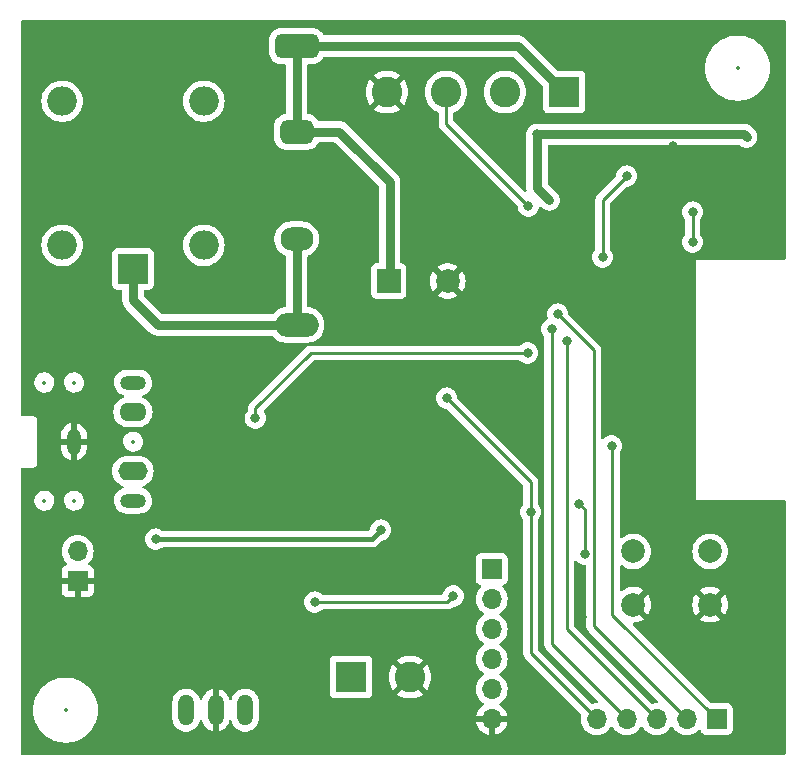
<source format=gbl>
%TF.GenerationSoftware,KiCad,Pcbnew,7.0.8-7.0.8~ubuntu20.04.1*%
%TF.CreationDate,2023-11-01T16:16:35+05:30*%
%TF.ProjectId,WLED_V0.1,574c4544-5f56-4302-9e31-2e6b69636164,rev?*%
%TF.SameCoordinates,Original*%
%TF.FileFunction,Copper,L2,Bot*%
%TF.FilePolarity,Positive*%
%FSLAX46Y46*%
G04 Gerber Fmt 4.6, Leading zero omitted, Abs format (unit mm)*
G04 Created by KiCad (PCBNEW 7.0.8-7.0.8~ubuntu20.04.1) date 2023-11-01 16:16:35*
%MOMM*%
%LPD*%
G01*
G04 APERTURE LIST*
G04 Aperture macros list*
%AMRoundRect*
0 Rectangle with rounded corners*
0 $1 Rounding radius*
0 $2 $3 $4 $5 $6 $7 $8 $9 X,Y pos of 4 corners*
0 Add a 4 corners polygon primitive as box body*
4,1,4,$2,$3,$4,$5,$6,$7,$8,$9,$2,$3,0*
0 Add four circle primitives for the rounded corners*
1,1,$1+$1,$2,$3*
1,1,$1+$1,$4,$5*
1,1,$1+$1,$6,$7*
1,1,$1+$1,$8,$9*
0 Add four rect primitives between the rounded corners*
20,1,$1+$1,$2,$3,$4,$5,0*
20,1,$1+$1,$4,$5,$6,$7,0*
20,1,$1+$1,$6,$7,$8,$9,0*
20,1,$1+$1,$8,$9,$2,$3,0*%
G04 Aperture macros list end*
%TA.AperFunction,ComponentPad*%
%ADD10R,1.700000X1.700000*%
%TD*%
%TA.AperFunction,ComponentPad*%
%ADD11O,1.700000X1.700000*%
%TD*%
%TA.AperFunction,ComponentPad*%
%ADD12C,2.000000*%
%TD*%
%TA.AperFunction,ComponentPad*%
%ADD13O,1.320800X2.641600*%
%TD*%
%TA.AperFunction,ComponentPad*%
%ADD14O,1.200000X2.200000*%
%TD*%
%TA.AperFunction,ComponentPad*%
%ADD15O,2.200000X1.200000*%
%TD*%
%TA.AperFunction,ComponentPad*%
%ADD16O,2.300000X1.600000*%
%TD*%
%TA.AperFunction,ComponentPad*%
%ADD17O,2.500000X1.600000*%
%TD*%
%TA.AperFunction,ComponentPad*%
%ADD18R,2.600000X2.600000*%
%TD*%
%TA.AperFunction,ComponentPad*%
%ADD19C,2.600000*%
%TD*%
%TA.AperFunction,ComponentPad*%
%ADD20R,2.500000X2.500000*%
%TD*%
%TA.AperFunction,ComponentPad*%
%ADD21O,2.500000X2.500000*%
%TD*%
%TA.AperFunction,ComponentPad*%
%ADD22RoundRect,0.500000X-1.350000X0.500000X-1.350000X-0.500000X1.350000X-0.500000X1.350000X0.500000X0*%
%TD*%
%TA.AperFunction,ComponentPad*%
%ADD23RoundRect,0.500000X-0.900000X0.500000X-0.900000X-0.500000X0.900000X-0.500000X0.900000X0.500000X0*%
%TD*%
%TA.AperFunction,ComponentPad*%
%ADD24O,2.800000X2.000000*%
%TD*%
%TA.AperFunction,ComponentPad*%
%ADD25O,3.700000X2.000000*%
%TD*%
%TA.AperFunction,ComponentPad*%
%ADD26R,2.000000X2.000000*%
%TD*%
%TA.AperFunction,ViaPad*%
%ADD27C,0.800000*%
%TD*%
%TA.AperFunction,Conductor*%
%ADD28C,0.800000*%
%TD*%
%TA.AperFunction,Conductor*%
%ADD29C,0.400000*%
%TD*%
%TA.AperFunction,Conductor*%
%ADD30C,0.250000*%
%TD*%
%ADD31C,0.350000*%
%ADD32O,0.400000X1.400000*%
%ADD33O,1.400000X0.400000*%
%ADD34O,1.500000X0.800000*%
%ADD35O,2.710000X1.020000*%
%ADD36O,1.870000X1.020000*%
G04 APERTURE END LIST*
D10*
%TO.P,J2,1,Pin_1*%
%TO.N,unconnected-(J2-Pin_1-Pad1)*%
X118314000Y-100598000D03*
D11*
%TO.P,J2,2,Pin_2*%
%TO.N,/Top_Sheet/ESP-12S/RXD0*%
X118314000Y-103138000D03*
%TO.P,J2,3,Pin_3*%
%TO.N,/Top_Sheet/ESP-12S/TXD*%
X118314000Y-105678000D03*
%TO.P,J2,4,Pin_4*%
%TO.N,unconnected-(J2-Pin_4-Pad4)*%
X118314000Y-108218000D03*
%TO.P,J2,5,Pin_5*%
%TO.N,unconnected-(J2-Pin_5-Pad5)*%
X118314000Y-110758000D03*
%TO.P,J2,6,Pin_6*%
%TO.N,GND*%
X118314000Y-113298000D03*
%TD*%
D10*
%TO.P,MK1,1,-*%
%TO.N,GND*%
X83262000Y-101614000D03*
D11*
%TO.P,MK1,2,+*%
%TO.N,Net-(MK1-+)*%
X83262000Y-99074000D03*
%TD*%
D12*
%TO.P,SW2,1,A*%
%TO.N,/Top_Sheet/ESP-12S/IO0*%
X130304000Y-99110000D03*
X136804000Y-99110000D03*
%TO.P,SW2,2,B*%
%TO.N,GND*%
X130304000Y-103610000D03*
X136804000Y-103610000D03*
%TD*%
D13*
%TO.P,U3,GND,GND*%
%TO.N,GND*%
X94946000Y-112536000D03*
%TO.P,U3,OUT,OUT*%
%TO.N,Net-(R13-Pad2)*%
X92446000Y-112536000D03*
%TO.P,U3,VCC,V+*%
%TO.N,Net-(U3-V+)*%
X97446000Y-112536000D03*
%TD*%
D10*
%TO.P,J5,1,Pin_1*%
%TO.N,/Top_Sheet/ESP-12S/IO2*%
X137364000Y-113298000D03*
D11*
%TO.P,J5,2,Pin_2*%
%TO.N,/Top_Sheet/ESP-12S/IO12*%
X134824000Y-113298000D03*
%TO.P,J5,3,Pin_3*%
%TO.N,/Top_Sheet/ESP-12S/IO13*%
X132284000Y-113298000D03*
%TO.P,J5,4,Pin_4*%
%TO.N,/Top_Sheet/ESP-12S/IO14*%
X129744000Y-113298000D03*
%TO.P,J5,5,Pin_5*%
%TO.N,/Top_Sheet/ESP-12S/IO15*%
X127204000Y-113298000D03*
%TD*%
D14*
%TO.P,J6,G*%
%TO.N,GND*%
X82943000Y-89803000D03*
D15*
%TO.P,J6,S*%
%TO.N,Net-(C9-Pad2)*%
X87943000Y-84803000D03*
D16*
%TO.P,J6,SN*%
X87943000Y-87303000D03*
D15*
%TO.P,J6,T*%
%TO.N,Net-(C8-Pad2)*%
X87943000Y-94803000D03*
D17*
%TO.P,J6,TN*%
X87943000Y-92303000D03*
%TD*%
D18*
%TO.P,J3,1,Pin_1*%
%TO.N,Net-(J3-Pin_1)*%
X124447000Y-60211000D03*
D19*
%TO.P,J3,2,Pin_2*%
%TO.N,/Top_Sheet/ESP-12S/DATA*%
X119447000Y-60211000D03*
%TO.P,J3,3,Pin_3*%
%TO.N,/Top_Sheet/ESP-12S/CLK*%
X114447000Y-60211000D03*
%TO.P,J3,4,Pin_4*%
%TO.N,GND*%
X109447000Y-60211000D03*
%TD*%
D20*
%TO.P,K1,1*%
%TO.N,/Top_Sheet/ESP-12S/5V_LED*%
X87948000Y-75189500D03*
D21*
%TO.P,K1,2*%
%TO.N,Net-(Q3-D)*%
X93948000Y-73189500D03*
%TO.P,K1,3*%
%TO.N,unconnected-(K1-Pad3)*%
X93948000Y-60989500D03*
%TO.P,K1,4*%
%TO.N,+5V*%
X81948000Y-60989500D03*
%TO.P,K1,5*%
X81948000Y-73189500D03*
%TD*%
D18*
%TO.P,J4,1,Pin_1*%
%TO.N,Net-(J4-Pin_1)*%
X106405000Y-109742000D03*
D19*
%TO.P,J4,2,Pin_2*%
%TO.N,GND*%
X111405000Y-109742000D03*
%TD*%
D22*
%TO.P,F2,1*%
%TO.N,Net-(J3-Pin_1)*%
X101804000Y-56308000D03*
D23*
X101804000Y-63578000D03*
D24*
%TO.P,F2,2*%
%TO.N,/Top_Sheet/ESP-12S/5V_LED*%
X101804000Y-72658000D03*
D25*
X101804000Y-79928000D03*
%TD*%
D26*
%TO.P,C5,1*%
%TO.N,Net-(J3-Pin_1)*%
X109596323Y-76214000D03*
D12*
%TO.P,C5,2*%
%TO.N,GND*%
X114596323Y-76214000D03*
%TD*%
D27*
%TO.N,GND*%
X106553000Y-89154000D03*
X105283000Y-89154000D03*
X102997000Y-89916000D03*
X104267000Y-89916000D03*
%TO.N,+5V*%
X139904000Y-64022000D03*
X123190000Y-69342000D03*
X122152351Y-63775649D03*
%TO.N,GND*%
X108535000Y-89676000D03*
X96470000Y-92724000D03*
X104902000Y-83566000D03*
X122505000Y-72399000D03*
X125983996Y-104648000D03*
X95962000Y-103392000D03*
X110186000Y-84342000D03*
X103074000Y-91200000D03*
X96470000Y-85612000D03*
X120912365Y-71137671D03*
X101431607Y-92715393D03*
X108560000Y-86628000D03*
X112472000Y-100598000D03*
X118822000Y-71002000D03*
X89739000Y-100598000D03*
X133692327Y-64806000D03*
X104344000Y-91200000D03*
X132284000Y-60466000D03*
X117298000Y-72399000D03*
%TO.N,+3V3*%
X108916000Y-97296000D03*
X89866000Y-98058000D03*
%TO.N,/Top_Sheet/ESP-12S/IO0*%
X126188000Y-99328000D03*
X125744000Y-95073998D03*
%TO.N,/Top_Sheet/ESP-12S/ADC*%
X98298000Y-87797998D03*
X121362000Y-82296000D03*
%TO.N,/Top_Sheet/ESP-12S/CLK*%
X121412000Y-69850000D03*
%TO.N,/Top_Sheet/ESP-12S/IO2*%
X128469347Y-90179347D03*
%TO.N,/Top_Sheet/ESP-12S/IO12*%
X123902000Y-79008000D03*
%TO.N,/Top_Sheet/ESP-12S/IO13*%
X124664000Y-81294000D03*
%TO.N,/Top_Sheet/ESP-12S/IO14*%
X123398653Y-80273347D03*
%TO.N,/Top_Sheet/ESP-12S/IO15*%
X114504000Y-86120000D03*
X121616000Y-95772000D03*
%TO.N,/Top_Sheet/ESP-12S/IO4*%
X135332000Y-70372000D03*
X135332000Y-72912000D03*
%TO.N,/Top_Sheet/ESP-12S/IO16*%
X129744006Y-67324000D03*
X127712000Y-74182000D03*
%TO.N,/Top_Sheet/ESP-12S/IO5*%
X103328000Y-103392000D03*
X115062000Y-102870000D03*
%TD*%
D28*
%TO.N,+5V*%
X122152351Y-63775649D02*
X122152351Y-68304351D01*
X122152351Y-68304351D02*
X123190000Y-69342000D01*
X139904000Y-64022000D02*
X139657649Y-63775649D01*
X139657649Y-63775649D02*
X122152351Y-63775649D01*
D29*
%TO.N,+3V3*%
X108154000Y-98058000D02*
X108916000Y-97296000D01*
X89866000Y-98058000D02*
X108154000Y-98058000D01*
D28*
%TO.N,Net-(J3-Pin_1)*%
X120544000Y-56308000D02*
X101804000Y-56308000D01*
X109678000Y-76132323D02*
X109596323Y-76214000D01*
X124447000Y-60211000D02*
X120544000Y-56308000D01*
X101804000Y-63578000D02*
X101804000Y-56308000D01*
X105424000Y-63578000D02*
X109678000Y-67832000D01*
X109678000Y-67832000D02*
X109678000Y-76132323D01*
X101804000Y-63578000D02*
X105424000Y-63578000D01*
D30*
%TO.N,/Top_Sheet/ESP-12S/IO0*%
X126188000Y-95517998D02*
X125744000Y-95073998D01*
X126188000Y-99328000D02*
X126188000Y-95517998D01*
%TO.N,/Top_Sheet/ESP-12S/ADC*%
X102997000Y-82296000D02*
X98298000Y-86995000D01*
X98298000Y-86995000D02*
X98298000Y-87797998D01*
X121362000Y-82296000D02*
X102997000Y-82296000D01*
D28*
%TO.N,/Top_Sheet/ESP-12S/5V_LED*%
X90026000Y-79928000D02*
X101804000Y-79928000D01*
X101804000Y-72658000D02*
X101804000Y-79928000D01*
X87948000Y-75189500D02*
X87948000Y-77850000D01*
X87948000Y-77850000D02*
X90026000Y-79928000D01*
D30*
%TO.N,/Top_Sheet/ESP-12S/CLK*%
X114447000Y-62885000D02*
X121412000Y-69850000D01*
X114447000Y-60211000D02*
X114447000Y-62885000D01*
%TO.N,/Top_Sheet/ESP-12S/IO2*%
X128529000Y-104463000D02*
X128529000Y-90239000D01*
X137364000Y-113298000D02*
X128529000Y-104463000D01*
X128529000Y-90239000D02*
X128469347Y-90179347D01*
%TO.N,/Top_Sheet/ESP-12S/IO12*%
X126950000Y-82056000D02*
X126950000Y-105424000D01*
X123902000Y-79008000D02*
X126950000Y-82056000D01*
X126950000Y-105424000D02*
X134824000Y-113298000D01*
%TO.N,/Top_Sheet/ESP-12S/IO13*%
X124664000Y-105678000D02*
X124664000Y-81294000D01*
X132284000Y-113298000D02*
X124664000Y-105678000D01*
%TO.N,/Top_Sheet/ESP-12S/IO14*%
X123398653Y-106952653D02*
X123398653Y-80273347D01*
X129744000Y-113298000D02*
X123398653Y-106952653D01*
%TO.N,/Top_Sheet/ESP-12S/IO15*%
X114504000Y-86120000D02*
X121616000Y-93232000D01*
X121616000Y-93232000D02*
X121616000Y-95772000D01*
X121616000Y-107710000D02*
X121616000Y-95772000D01*
X127204000Y-113298000D02*
X121616000Y-107710000D01*
%TO.N,/Top_Sheet/ESP-12S/IO4*%
X135332000Y-72912000D02*
X135332000Y-70372000D01*
%TO.N,/Top_Sheet/ESP-12S/IO16*%
X127712000Y-74182000D02*
X127712000Y-69356006D01*
X127712000Y-69356006D02*
X129744006Y-67324000D01*
%TO.N,/Top_Sheet/ESP-12S/IO5*%
X103328000Y-103392000D02*
X114540000Y-103392000D01*
X114540000Y-103392000D02*
X115062000Y-102870000D01*
%TD*%
%TA.AperFunction,Conductor*%
%TO.N,GND*%
G36*
X125494703Y-99905208D02*
G01*
X125505644Y-99915943D01*
X125532169Y-99945402D01*
X125582129Y-100000888D01*
X125735265Y-100112148D01*
X125735270Y-100112151D01*
X125908192Y-100189142D01*
X125908197Y-100189144D01*
X126093354Y-100228500D01*
X126093355Y-100228500D01*
X126200500Y-100228500D01*
X126267539Y-100248185D01*
X126313294Y-100300989D01*
X126324500Y-100352500D01*
X126324500Y-105341255D01*
X126322775Y-105356872D01*
X126323061Y-105356899D01*
X126322326Y-105364665D01*
X126324500Y-105433814D01*
X126324500Y-105463343D01*
X126324501Y-105463360D01*
X126325368Y-105470231D01*
X126325826Y-105476050D01*
X126327290Y-105522624D01*
X126327291Y-105522627D01*
X126332880Y-105541867D01*
X126336824Y-105560911D01*
X126339336Y-105580791D01*
X126356490Y-105624119D01*
X126358382Y-105629647D01*
X126371381Y-105674388D01*
X126381580Y-105691634D01*
X126390138Y-105709103D01*
X126397514Y-105727732D01*
X126424898Y-105765423D01*
X126428106Y-105770307D01*
X126451827Y-105810416D01*
X126451833Y-105810424D01*
X126465990Y-105824580D01*
X126478627Y-105839375D01*
X126490406Y-105855587D01*
X126520928Y-105880837D01*
X126526309Y-105885288D01*
X126530620Y-105889210D01*
X129537240Y-108895830D01*
X132372070Y-111730660D01*
X132405555Y-111791983D01*
X132400571Y-111861675D01*
X132358699Y-111917608D01*
X132293235Y-111942025D01*
X132284389Y-111942341D01*
X132283999Y-111942341D01*
X132048590Y-111962937D01*
X132048589Y-111962937D01*
X131948124Y-111989855D01*
X131878274Y-111988191D01*
X131828352Y-111957761D01*
X125325819Y-105455228D01*
X125292334Y-105393905D01*
X125289500Y-105367547D01*
X125289500Y-99998921D01*
X125309185Y-99931882D01*
X125361989Y-99886127D01*
X125431147Y-99876183D01*
X125494703Y-99905208D01*
G37*
%TD.AperFunction*%
%TA.AperFunction,Conductor*%
G36*
X143148539Y-54136185D02*
G01*
X143194294Y-54188989D01*
X143205500Y-54240500D01*
X143205500Y-74311500D01*
X143185815Y-74378539D01*
X143133011Y-74424294D01*
X143081500Y-74435500D01*
X135610760Y-74435500D01*
X135610554Y-74435459D01*
X135586000Y-74435459D01*
X135585901Y-74435500D01*
X135585617Y-74435616D01*
X135585615Y-74435618D01*
X135585459Y-74435999D01*
X135585476Y-74460616D01*
X135585471Y-74460616D01*
X135585500Y-74460759D01*
X135585500Y-94731467D01*
X135585416Y-94731889D01*
X135585459Y-94756001D01*
X135585500Y-94756099D01*
X135585616Y-94756382D01*
X135585618Y-94756384D01*
X135585808Y-94756462D01*
X135586000Y-94756541D01*
X135586002Y-94756539D01*
X135610616Y-94756524D01*
X135610616Y-94756528D01*
X135610760Y-94756500D01*
X143081500Y-94756500D01*
X143148539Y-94776185D01*
X143194294Y-94828989D01*
X143205500Y-94880500D01*
X143205500Y-116221500D01*
X143185815Y-116288539D01*
X143133011Y-116334294D01*
X143081500Y-116345500D01*
X78560543Y-116345500D01*
X78493504Y-116325815D01*
X78447749Y-116273011D01*
X78436543Y-116221457D01*
X78436931Y-115112469D01*
X78437831Y-112536000D01*
X79490473Y-112536000D01*
X79510563Y-112868136D01*
X79510563Y-112868141D01*
X79510564Y-112868142D01*
X79570544Y-113195441D01*
X79570545Y-113195445D01*
X79570546Y-113195449D01*
X79669530Y-113513104D01*
X79669534Y-113513116D01*
X79669537Y-113513123D01*
X79806102Y-113816557D01*
X79978246Y-114101318D01*
X79978251Y-114101326D01*
X80183460Y-114363255D01*
X80418744Y-114598539D01*
X80680673Y-114803748D01*
X80680678Y-114803751D01*
X80680682Y-114803754D01*
X80965443Y-114975898D01*
X81268877Y-115112463D01*
X81268890Y-115112467D01*
X81268895Y-115112469D01*
X81480665Y-115178458D01*
X81586559Y-115211456D01*
X81913858Y-115271436D01*
X82091740Y-115282196D01*
X82162892Y-115286500D01*
X82162894Y-115286500D01*
X82329108Y-115286500D01*
X82391365Y-115282734D01*
X82578142Y-115271436D01*
X82905441Y-115211456D01*
X83223123Y-115112463D01*
X83526557Y-114975898D01*
X83811318Y-114803754D01*
X84073252Y-114598542D01*
X84308542Y-114363252D01*
X84460664Y-114169082D01*
X84513748Y-114101326D01*
X84513748Y-114101324D01*
X84513754Y-114101318D01*
X84685898Y-113816557D01*
X84822463Y-113513123D01*
X84904435Y-113250064D01*
X91285100Y-113250064D01*
X91299977Y-113410628D01*
X91358855Y-113617559D01*
X91358860Y-113617572D01*
X91454751Y-113810146D01*
X91454753Y-113810149D01*
X91454755Y-113810153D01*
X91584409Y-113981844D01*
X91584412Y-113981846D01*
X91584414Y-113981849D01*
X91743402Y-114126785D01*
X91743404Y-114126786D01*
X91743405Y-114126787D01*
X91926326Y-114240047D01*
X92126944Y-114317767D01*
X92338427Y-114357300D01*
X92338429Y-114357300D01*
X92553571Y-114357300D01*
X92553573Y-114357300D01*
X92765056Y-114317767D01*
X92965674Y-114240047D01*
X93148595Y-114126787D01*
X93307591Y-113981844D01*
X93437245Y-113810153D01*
X93533144Y-113617562D01*
X93576995Y-113463439D01*
X93614272Y-113404353D01*
X93677581Y-113374795D01*
X93746821Y-113384157D01*
X93800007Y-113429466D01*
X93815525Y-113463446D01*
X93859321Y-113617376D01*
X93859324Y-113617382D01*
X93955178Y-113809883D01*
X93955183Y-113809891D01*
X94084781Y-113981507D01*
X94243706Y-114126385D01*
X94243708Y-114126387D01*
X94426545Y-114239595D01*
X94426551Y-114239597D01*
X94627083Y-114317283D01*
X94696000Y-114330166D01*
X94696000Y-112860737D01*
X94704146Y-112868883D01*
X94818850Y-112927327D01*
X94914015Y-112942400D01*
X94977985Y-112942400D01*
X95073150Y-112927327D01*
X95187854Y-112868883D01*
X95196000Y-112860737D01*
X95196000Y-114330166D01*
X95264916Y-114317283D01*
X95264917Y-114317283D01*
X95465448Y-114239597D01*
X95465454Y-114239595D01*
X95648291Y-114126387D01*
X95648293Y-114126385D01*
X95807218Y-113981507D01*
X95936816Y-113809891D01*
X95936821Y-113809883D01*
X96032675Y-113617383D01*
X96076473Y-113463447D01*
X96113752Y-113404353D01*
X96177062Y-113374795D01*
X96246301Y-113384157D01*
X96299488Y-113429466D01*
X96315006Y-113463446D01*
X96358854Y-113617557D01*
X96358860Y-113617572D01*
X96454751Y-113810146D01*
X96454753Y-113810149D01*
X96454755Y-113810153D01*
X96584409Y-113981844D01*
X96584412Y-113981846D01*
X96584414Y-113981849D01*
X96743402Y-114126785D01*
X96743404Y-114126786D01*
X96743405Y-114126787D01*
X96926326Y-114240047D01*
X97126944Y-114317767D01*
X97338427Y-114357300D01*
X97338429Y-114357300D01*
X97553571Y-114357300D01*
X97553573Y-114357300D01*
X97765056Y-114317767D01*
X97965674Y-114240047D01*
X98148595Y-114126787D01*
X98307591Y-113981844D01*
X98437245Y-113810153D01*
X98533144Y-113617562D01*
X98592022Y-113410629D01*
X98606900Y-113250068D01*
X98606900Y-111821932D01*
X98592022Y-111661371D01*
X98533144Y-111454438D01*
X98523880Y-111435834D01*
X98437248Y-111261853D01*
X98437247Y-111261852D01*
X98437245Y-111261847D01*
X98307591Y-111090156D01*
X98307587Y-111090152D01*
X98307585Y-111090150D01*
X98307278Y-111089870D01*
X104604500Y-111089870D01*
X104604501Y-111089876D01*
X104610908Y-111149483D01*
X104661202Y-111284328D01*
X104661206Y-111284335D01*
X104747452Y-111399544D01*
X104747455Y-111399547D01*
X104862664Y-111485793D01*
X104862671Y-111485797D01*
X104997517Y-111536091D01*
X104997516Y-111536091D01*
X105004444Y-111536835D01*
X105057127Y-111542500D01*
X107752872Y-111542499D01*
X107812483Y-111536091D01*
X107947331Y-111485796D01*
X108062546Y-111399546D01*
X108148796Y-111284331D01*
X108199091Y-111149483D01*
X108205500Y-111089873D01*
X108205500Y-109742004D01*
X109599953Y-109742004D01*
X109620113Y-110011026D01*
X109620113Y-110011028D01*
X109680142Y-110274033D01*
X109680148Y-110274052D01*
X109778709Y-110525181D01*
X109778708Y-110525181D01*
X109913602Y-110758822D01*
X109967294Y-110826151D01*
X109967295Y-110826151D01*
X110802452Y-109990993D01*
X110812188Y-110020956D01*
X110900186Y-110159619D01*
X111019903Y-110272040D01*
X111154510Y-110346041D01*
X110319848Y-111180702D01*
X110502483Y-111305220D01*
X110502485Y-111305221D01*
X110745539Y-111422269D01*
X110745537Y-111422269D01*
X111003337Y-111501790D01*
X111003343Y-111501792D01*
X111270101Y-111541999D01*
X111270110Y-111542000D01*
X111539890Y-111542000D01*
X111539898Y-111541999D01*
X111806656Y-111501792D01*
X111806662Y-111501790D01*
X112064461Y-111422269D01*
X112307521Y-111305218D01*
X112490150Y-111180702D01*
X111652534Y-110343086D01*
X111720629Y-110316126D01*
X111853492Y-110219595D01*
X111958175Y-110093055D01*
X112006631Y-109990079D01*
X112842703Y-110826151D01*
X112842704Y-110826150D01*
X112896393Y-110758828D01*
X112896400Y-110758817D01*
X112896872Y-110758000D01*
X116958341Y-110758000D01*
X116978936Y-110993403D01*
X116978938Y-110993413D01*
X117040094Y-111221655D01*
X117040096Y-111221659D01*
X117040097Y-111221663D01*
X117123046Y-111399547D01*
X117139965Y-111435830D01*
X117139967Y-111435834D01*
X117226136Y-111558895D01*
X117275505Y-111629401D01*
X117442599Y-111796495D01*
X117606387Y-111911181D01*
X117628594Y-111926730D01*
X117672219Y-111981307D01*
X117679413Y-112050805D01*
X117647890Y-112113160D01*
X117628595Y-112129880D01*
X117442922Y-112259890D01*
X117442920Y-112259891D01*
X117275891Y-112426920D01*
X117275886Y-112426926D01*
X117140400Y-112620420D01*
X117140399Y-112620422D01*
X117040570Y-112834507D01*
X117040567Y-112834513D01*
X116983364Y-113047999D01*
X116983364Y-113048000D01*
X117880314Y-113048000D01*
X117854507Y-113088156D01*
X117814000Y-113226111D01*
X117814000Y-113369889D01*
X117854507Y-113507844D01*
X117880314Y-113548000D01*
X116983364Y-113548000D01*
X117040567Y-113761486D01*
X117040570Y-113761492D01*
X117140399Y-113975578D01*
X117275894Y-114169082D01*
X117442917Y-114336105D01*
X117636421Y-114471600D01*
X117850507Y-114571429D01*
X117850516Y-114571433D01*
X118064000Y-114628634D01*
X118064000Y-113733501D01*
X118171685Y-113782680D01*
X118278237Y-113798000D01*
X118349763Y-113798000D01*
X118456315Y-113782680D01*
X118564000Y-113733501D01*
X118564000Y-114628633D01*
X118777483Y-114571433D01*
X118777492Y-114571429D01*
X118991578Y-114471600D01*
X119185082Y-114336105D01*
X119352105Y-114169082D01*
X119487600Y-113975578D01*
X119587429Y-113761492D01*
X119587432Y-113761486D01*
X119644636Y-113548000D01*
X118747686Y-113548000D01*
X118773493Y-113507844D01*
X118814000Y-113369889D01*
X118814000Y-113226111D01*
X118773493Y-113088156D01*
X118747686Y-113048000D01*
X119644636Y-113048000D01*
X119644635Y-113047999D01*
X119587432Y-112834513D01*
X119587429Y-112834507D01*
X119487600Y-112620422D01*
X119487599Y-112620420D01*
X119352113Y-112426926D01*
X119352108Y-112426920D01*
X119185078Y-112259890D01*
X118999405Y-112129879D01*
X118955780Y-112075302D01*
X118948588Y-112005804D01*
X118980110Y-111943449D01*
X118999406Y-111926730D01*
X119012434Y-111917608D01*
X119185401Y-111796495D01*
X119352495Y-111629401D01*
X119488035Y-111435830D01*
X119587903Y-111221663D01*
X119649063Y-110993408D01*
X119669659Y-110758000D01*
X119669329Y-110754233D01*
X119665350Y-110708744D01*
X119649063Y-110522592D01*
X119587903Y-110294337D01*
X119488035Y-110080171D01*
X119446573Y-110020956D01*
X119352494Y-109886597D01*
X119185402Y-109719506D01*
X119185396Y-109719501D01*
X118999842Y-109589575D01*
X118956217Y-109534998D01*
X118949023Y-109465500D01*
X118980546Y-109403145D01*
X118999842Y-109386425D01*
X119174104Y-109264405D01*
X119185401Y-109256495D01*
X119352495Y-109089401D01*
X119488035Y-108895830D01*
X119587903Y-108681663D01*
X119649063Y-108453408D01*
X119669659Y-108218000D01*
X119649063Y-107982592D01*
X119589187Y-107759130D01*
X119587905Y-107754344D01*
X119587904Y-107754343D01*
X119587903Y-107754337D01*
X119488035Y-107540171D01*
X119425534Y-107450909D01*
X119352494Y-107346597D01*
X119185402Y-107179506D01*
X119185396Y-107179501D01*
X118999842Y-107049575D01*
X118956217Y-106994998D01*
X118949023Y-106925500D01*
X118980546Y-106863145D01*
X118999842Y-106846425D01*
X119022026Y-106830891D01*
X119185401Y-106716495D01*
X119352495Y-106549401D01*
X119488035Y-106355830D01*
X119587903Y-106141663D01*
X119649063Y-105913408D01*
X119669659Y-105678000D01*
X119649063Y-105442592D01*
X119587903Y-105214337D01*
X119488035Y-105000171D01*
X119479772Y-104988369D01*
X119352494Y-104806597D01*
X119185402Y-104639506D01*
X119185396Y-104639501D01*
X118999842Y-104509575D01*
X118956217Y-104454998D01*
X118949023Y-104385500D01*
X118980546Y-104323145D01*
X118999842Y-104306425D01*
X119075938Y-104253142D01*
X119185401Y-104176495D01*
X119352495Y-104009401D01*
X119488035Y-103815830D01*
X119587903Y-103601663D01*
X119649063Y-103373408D01*
X119669659Y-103138000D01*
X119669453Y-103135651D01*
X119659660Y-103023715D01*
X119649063Y-102902592D01*
X119587903Y-102674337D01*
X119488035Y-102460171D01*
X119454098Y-102411704D01*
X119352496Y-102266600D01*
X119317526Y-102231630D01*
X119230567Y-102144671D01*
X119197084Y-102083351D01*
X119202068Y-102013659D01*
X119243939Y-101957725D01*
X119274915Y-101940810D01*
X119406331Y-101891796D01*
X119521546Y-101805546D01*
X119607796Y-101690331D01*
X119658091Y-101555483D01*
X119664500Y-101495873D01*
X119664499Y-99700128D01*
X119658091Y-99640517D01*
X119619729Y-99537664D01*
X119607797Y-99505671D01*
X119607793Y-99505664D01*
X119521547Y-99390455D01*
X119521544Y-99390452D01*
X119406335Y-99304206D01*
X119406328Y-99304202D01*
X119271482Y-99253908D01*
X119271483Y-99253908D01*
X119211883Y-99247501D01*
X119211881Y-99247500D01*
X119211873Y-99247500D01*
X119211864Y-99247500D01*
X117416129Y-99247500D01*
X117416123Y-99247501D01*
X117356516Y-99253908D01*
X117221671Y-99304202D01*
X117221664Y-99304206D01*
X117106455Y-99390452D01*
X117106452Y-99390455D01*
X117020206Y-99505664D01*
X117020202Y-99505671D01*
X116969908Y-99640517D01*
X116963913Y-99696284D01*
X116963501Y-99700123D01*
X116963500Y-99700135D01*
X116963500Y-101495870D01*
X116963501Y-101495876D01*
X116969908Y-101555483D01*
X117020202Y-101690328D01*
X117020206Y-101690335D01*
X117106452Y-101805544D01*
X117106455Y-101805547D01*
X117221664Y-101891793D01*
X117221671Y-101891797D01*
X117353081Y-101940810D01*
X117409015Y-101982681D01*
X117433432Y-102048145D01*
X117418580Y-102116418D01*
X117397430Y-102144673D01*
X117275503Y-102266600D01*
X117139965Y-102460169D01*
X117139964Y-102460171D01*
X117040098Y-102674335D01*
X117040094Y-102674344D01*
X116978938Y-102902586D01*
X116978936Y-102902596D01*
X116958341Y-103137999D01*
X116958341Y-103138000D01*
X116978936Y-103373403D01*
X116978938Y-103373413D01*
X117040094Y-103601655D01*
X117040096Y-103601659D01*
X117040097Y-103601663D01*
X117135755Y-103806801D01*
X117139965Y-103815830D01*
X117139967Y-103815834D01*
X117275501Y-104009395D01*
X117275506Y-104009402D01*
X117442597Y-104176493D01*
X117442603Y-104176498D01*
X117628158Y-104306425D01*
X117671783Y-104361002D01*
X117678977Y-104430500D01*
X117647454Y-104492855D01*
X117628158Y-104509575D01*
X117442597Y-104639505D01*
X117275505Y-104806597D01*
X117139965Y-105000169D01*
X117139964Y-105000171D01*
X117040098Y-105214335D01*
X117040094Y-105214344D01*
X116978938Y-105442586D01*
X116978936Y-105442596D01*
X116958341Y-105677999D01*
X116958341Y-105678000D01*
X116978936Y-105913403D01*
X116978938Y-105913413D01*
X117040094Y-106141655D01*
X117040096Y-106141659D01*
X117040097Y-106141663D01*
X117047222Y-106156942D01*
X117139965Y-106355830D01*
X117139967Y-106355834D01*
X117275501Y-106549395D01*
X117275506Y-106549402D01*
X117442597Y-106716493D01*
X117442603Y-106716498D01*
X117628158Y-106846425D01*
X117671783Y-106901002D01*
X117678977Y-106970500D01*
X117647454Y-107032855D01*
X117628158Y-107049575D01*
X117442597Y-107179505D01*
X117275505Y-107346597D01*
X117139965Y-107540169D01*
X117139964Y-107540171D01*
X117088440Y-107650665D01*
X117042423Y-107749350D01*
X117040098Y-107754335D01*
X117040094Y-107754344D01*
X116978938Y-107982586D01*
X116978936Y-107982596D01*
X116958341Y-108217999D01*
X116958341Y-108218000D01*
X116978936Y-108453403D01*
X116978938Y-108453413D01*
X117040094Y-108681655D01*
X117040096Y-108681659D01*
X117040097Y-108681663D01*
X117139965Y-108895830D01*
X117139967Y-108895834D01*
X117275501Y-109089395D01*
X117275506Y-109089402D01*
X117442597Y-109256493D01*
X117442603Y-109256498D01*
X117628158Y-109386425D01*
X117671783Y-109441002D01*
X117678977Y-109510500D01*
X117647454Y-109572855D01*
X117628158Y-109589575D01*
X117442597Y-109719505D01*
X117275505Y-109886597D01*
X117139965Y-110080169D01*
X117139964Y-110080171D01*
X117040098Y-110294335D01*
X117040094Y-110294344D01*
X116978938Y-110522586D01*
X116978936Y-110522596D01*
X116958341Y-110757999D01*
X116958341Y-110758000D01*
X112896872Y-110758000D01*
X113031290Y-110525181D01*
X113129851Y-110274052D01*
X113129857Y-110274033D01*
X113189886Y-110011028D01*
X113189886Y-110011026D01*
X113210047Y-109742004D01*
X113210047Y-109741995D01*
X113189886Y-109472973D01*
X113189886Y-109472971D01*
X113129857Y-109209966D01*
X113129851Y-109209947D01*
X113031290Y-108958818D01*
X113031291Y-108958818D01*
X112896397Y-108725177D01*
X112842704Y-108657847D01*
X112007546Y-109493004D01*
X111997812Y-109463044D01*
X111909814Y-109324381D01*
X111790097Y-109211960D01*
X111655489Y-109137958D01*
X112490150Y-108303296D01*
X112307517Y-108178779D01*
X112307516Y-108178778D01*
X112064460Y-108061730D01*
X112064462Y-108061730D01*
X111806662Y-107982209D01*
X111806656Y-107982207D01*
X111539898Y-107942000D01*
X111270101Y-107942000D01*
X111003343Y-107982207D01*
X111003337Y-107982209D01*
X110745538Y-108061730D01*
X110502485Y-108178778D01*
X110502476Y-108178783D01*
X110319848Y-108303296D01*
X111157465Y-109140913D01*
X111089371Y-109167874D01*
X110956508Y-109264405D01*
X110851825Y-109390945D01*
X110803368Y-109493920D01*
X109967295Y-108657848D01*
X109913600Y-108725180D01*
X109778709Y-108958818D01*
X109680148Y-109209947D01*
X109680142Y-109209966D01*
X109620113Y-109472971D01*
X109620113Y-109472973D01*
X109599953Y-109741995D01*
X109599953Y-109742004D01*
X108205500Y-109742004D01*
X108205499Y-108394128D01*
X108199091Y-108334517D01*
X108187446Y-108303296D01*
X108148797Y-108199671D01*
X108148793Y-108199664D01*
X108062547Y-108084455D01*
X108062544Y-108084452D01*
X107947335Y-107998206D01*
X107947328Y-107998202D01*
X107812482Y-107947908D01*
X107812483Y-107947908D01*
X107752883Y-107941501D01*
X107752881Y-107941500D01*
X107752873Y-107941500D01*
X107752864Y-107941500D01*
X105057129Y-107941500D01*
X105057123Y-107941501D01*
X104997516Y-107947908D01*
X104862671Y-107998202D01*
X104862664Y-107998206D01*
X104747455Y-108084452D01*
X104747452Y-108084455D01*
X104661206Y-108199664D01*
X104661202Y-108199671D01*
X104610908Y-108334517D01*
X104604501Y-108394116D01*
X104604501Y-108394123D01*
X104604500Y-108394135D01*
X104604500Y-111089870D01*
X98307278Y-111089870D01*
X98148597Y-110945214D01*
X98108811Y-110920579D01*
X97965674Y-110831953D01*
X97765056Y-110754233D01*
X97553573Y-110714700D01*
X97338427Y-110714700D01*
X97126944Y-110754233D01*
X97000075Y-110803382D01*
X96926328Y-110831952D01*
X96926327Y-110831952D01*
X96743402Y-110945214D01*
X96584414Y-111090150D01*
X96584407Y-111090158D01*
X96454760Y-111261839D01*
X96454751Y-111261853D01*
X96358860Y-111454427D01*
X96358855Y-111454440D01*
X96315006Y-111608554D01*
X96277727Y-111667647D01*
X96214417Y-111697204D01*
X96145177Y-111687842D01*
X96091991Y-111642532D01*
X96076473Y-111608553D01*
X96032674Y-111454615D01*
X95936821Y-111262116D01*
X95936816Y-111262108D01*
X95807218Y-111090492D01*
X95648293Y-110945614D01*
X95648291Y-110945612D01*
X95465454Y-110832404D01*
X95465448Y-110832401D01*
X95264918Y-110754716D01*
X95264908Y-110754713D01*
X95196000Y-110741831D01*
X95196000Y-112211263D01*
X95187854Y-112203117D01*
X95073150Y-112144673D01*
X94977985Y-112129600D01*
X94914015Y-112129600D01*
X94818850Y-112144673D01*
X94704146Y-112203117D01*
X94696000Y-112211263D01*
X94696000Y-110741831D01*
X94627091Y-110754713D01*
X94627081Y-110754716D01*
X94426551Y-110832401D01*
X94426545Y-110832404D01*
X94243708Y-110945612D01*
X94243706Y-110945614D01*
X94084781Y-111090492D01*
X93955183Y-111262108D01*
X93955178Y-111262116D01*
X93859324Y-111454617D01*
X93859321Y-111454623D01*
X93815525Y-111608553D01*
X93778246Y-111667647D01*
X93714936Y-111697204D01*
X93645697Y-111687842D01*
X93592510Y-111642532D01*
X93576995Y-111608557D01*
X93533144Y-111454438D01*
X93523880Y-111435834D01*
X93437248Y-111261853D01*
X93437247Y-111261852D01*
X93437245Y-111261847D01*
X93307591Y-111090156D01*
X93307587Y-111090152D01*
X93307585Y-111090150D01*
X93148597Y-110945214D01*
X93108811Y-110920579D01*
X92965674Y-110831953D01*
X92765056Y-110754233D01*
X92553573Y-110714700D01*
X92338427Y-110714700D01*
X92126944Y-110754233D01*
X92000075Y-110803382D01*
X91926328Y-110831952D01*
X91926327Y-110831952D01*
X91743402Y-110945214D01*
X91584414Y-111090150D01*
X91584407Y-111090158D01*
X91454760Y-111261839D01*
X91454751Y-111261853D01*
X91358860Y-111454427D01*
X91358855Y-111454440D01*
X91299977Y-111661371D01*
X91285100Y-111821935D01*
X91285100Y-113250064D01*
X84904435Y-113250064D01*
X84921456Y-113195441D01*
X84981436Y-112868142D01*
X85001527Y-112536000D01*
X84981436Y-112203858D01*
X84921456Y-111876559D01*
X84848531Y-111642532D01*
X84822469Y-111558895D01*
X84822467Y-111558890D01*
X84822463Y-111558877D01*
X84685898Y-111255443D01*
X84513754Y-110970682D01*
X84513751Y-110970678D01*
X84513748Y-110970673D01*
X84308539Y-110708744D01*
X84073255Y-110473460D01*
X83811326Y-110268251D01*
X83730839Y-110219595D01*
X83526557Y-110096102D01*
X83223123Y-109959537D01*
X83223116Y-109959534D01*
X83223104Y-109959530D01*
X82905449Y-109860546D01*
X82905445Y-109860545D01*
X82905441Y-109860544D01*
X82578142Y-109800564D01*
X82578141Y-109800563D01*
X82578136Y-109800563D01*
X82329108Y-109785500D01*
X82329106Y-109785500D01*
X82162894Y-109785500D01*
X82162892Y-109785500D01*
X81913863Y-109800563D01*
X81913858Y-109800564D01*
X81586559Y-109860544D01*
X81586556Y-109860544D01*
X81586550Y-109860546D01*
X81268895Y-109959530D01*
X81268879Y-109959536D01*
X81268877Y-109959537D01*
X81154474Y-110011026D01*
X80965447Y-110096100D01*
X80965445Y-110096101D01*
X80680673Y-110268251D01*
X80418744Y-110473460D01*
X80183460Y-110708744D01*
X79978251Y-110970673D01*
X79806101Y-111255445D01*
X79806100Y-111255447D01*
X79793099Y-111284335D01*
X79677134Y-111541999D01*
X79669536Y-111558880D01*
X79669530Y-111558895D01*
X79570546Y-111876550D01*
X79570544Y-111876556D01*
X79570544Y-111876559D01*
X79547152Y-112004204D01*
X79510563Y-112203863D01*
X79490473Y-112536000D01*
X78437831Y-112536000D01*
X78441024Y-103392000D01*
X102422540Y-103392000D01*
X102442326Y-103580256D01*
X102442327Y-103580259D01*
X102500818Y-103760277D01*
X102500821Y-103760284D01*
X102595467Y-103924216D01*
X102700307Y-104040652D01*
X102722129Y-104064888D01*
X102875265Y-104176148D01*
X102875270Y-104176151D01*
X103048192Y-104253142D01*
X103048197Y-104253144D01*
X103233354Y-104292500D01*
X103233355Y-104292500D01*
X103422644Y-104292500D01*
X103422646Y-104292500D01*
X103607803Y-104253144D01*
X103780730Y-104176151D01*
X103933871Y-104064888D01*
X103936788Y-104061647D01*
X103939600Y-104058526D01*
X103999087Y-104021879D01*
X104031748Y-104017500D01*
X114457257Y-104017500D01*
X114472877Y-104019224D01*
X114472904Y-104018939D01*
X114480660Y-104019671D01*
X114480667Y-104019673D01*
X114549814Y-104017500D01*
X114579350Y-104017500D01*
X114586228Y-104016630D01*
X114592041Y-104016172D01*
X114638627Y-104014709D01*
X114657869Y-104009117D01*
X114676912Y-104005174D01*
X114696792Y-104002664D01*
X114740122Y-103985507D01*
X114745646Y-103983617D01*
X114749396Y-103982527D01*
X114790390Y-103970618D01*
X114807629Y-103960422D01*
X114825103Y-103951862D01*
X114843727Y-103944488D01*
X114843727Y-103944487D01*
X114843732Y-103944486D01*
X114881449Y-103917082D01*
X114886305Y-103913892D01*
X114926420Y-103890170D01*
X114940589Y-103875999D01*
X114955379Y-103863368D01*
X114971587Y-103851594D01*
X115001296Y-103815680D01*
X115005204Y-103811384D01*
X115009789Y-103806799D01*
X115071117Y-103773328D01*
X115097451Y-103770500D01*
X115156644Y-103770500D01*
X115156646Y-103770500D01*
X115341803Y-103731144D01*
X115514730Y-103654151D01*
X115667871Y-103542888D01*
X115794533Y-103402216D01*
X115889179Y-103238284D01*
X115947674Y-103058256D01*
X115967460Y-102870000D01*
X115947674Y-102681744D01*
X115889179Y-102501716D01*
X115794533Y-102337784D01*
X115667871Y-102197112D01*
X115667870Y-102197111D01*
X115514734Y-102085851D01*
X115514729Y-102085848D01*
X115341807Y-102008857D01*
X115341802Y-102008855D01*
X115196001Y-101977865D01*
X115156646Y-101969500D01*
X114967354Y-101969500D01*
X114934897Y-101976398D01*
X114782197Y-102008855D01*
X114782192Y-102008857D01*
X114609270Y-102085848D01*
X114609265Y-102085851D01*
X114456129Y-102197111D01*
X114329466Y-102337785D01*
X114234821Y-102501715D01*
X114234818Y-102501721D01*
X114176627Y-102680818D01*
X114137190Y-102738494D01*
X114072831Y-102765692D01*
X114058696Y-102766500D01*
X104031748Y-102766500D01*
X103964709Y-102746815D01*
X103939600Y-102725474D01*
X103933873Y-102719114D01*
X103933869Y-102719110D01*
X103780734Y-102607851D01*
X103780729Y-102607848D01*
X103607807Y-102530857D01*
X103607802Y-102530855D01*
X103462001Y-102499865D01*
X103422646Y-102491500D01*
X103233354Y-102491500D01*
X103200897Y-102498398D01*
X103048197Y-102530855D01*
X103048192Y-102530857D01*
X102875270Y-102607848D01*
X102875265Y-102607851D01*
X102722129Y-102719111D01*
X102595466Y-102859785D01*
X102500821Y-103023715D01*
X102500818Y-103023722D01*
X102442327Y-103203740D01*
X102442326Y-103203744D01*
X102422540Y-103392000D01*
X78441024Y-103392000D01*
X78442532Y-99074000D01*
X81906341Y-99074000D01*
X81926936Y-99309403D01*
X81926938Y-99309413D01*
X81988094Y-99537655D01*
X81988096Y-99537659D01*
X81988097Y-99537663D01*
X82063856Y-99700128D01*
X82087965Y-99751830D01*
X82087967Y-99751834D01*
X82140324Y-99826607D01*
X82223501Y-99945396D01*
X82223506Y-99945402D01*
X82345818Y-100067714D01*
X82379303Y-100129037D01*
X82374319Y-100198729D01*
X82332447Y-100254662D01*
X82301471Y-100271577D01*
X82169912Y-100320646D01*
X82169906Y-100320649D01*
X82054812Y-100406809D01*
X82054809Y-100406812D01*
X81968649Y-100521906D01*
X81968645Y-100521913D01*
X81918403Y-100656620D01*
X81918401Y-100656627D01*
X81912000Y-100716155D01*
X81912000Y-101364000D01*
X82828314Y-101364000D01*
X82802507Y-101404156D01*
X82762000Y-101542111D01*
X82762000Y-101685889D01*
X82802507Y-101823844D01*
X82828314Y-101864000D01*
X81912000Y-101864000D01*
X81912000Y-102511844D01*
X81918401Y-102571372D01*
X81918403Y-102571379D01*
X81968645Y-102706086D01*
X81968649Y-102706093D01*
X82054809Y-102821187D01*
X82054812Y-102821190D01*
X82169906Y-102907350D01*
X82169913Y-102907354D01*
X82304620Y-102957596D01*
X82304627Y-102957598D01*
X82364155Y-102963999D01*
X82364172Y-102964000D01*
X83012000Y-102964000D01*
X83012000Y-102049501D01*
X83119685Y-102098680D01*
X83226237Y-102114000D01*
X83297763Y-102114000D01*
X83404315Y-102098680D01*
X83512000Y-102049501D01*
X83512000Y-102964000D01*
X84159828Y-102964000D01*
X84159844Y-102963999D01*
X84219372Y-102957598D01*
X84219379Y-102957596D01*
X84354086Y-102907354D01*
X84354093Y-102907350D01*
X84469187Y-102821190D01*
X84469190Y-102821187D01*
X84555350Y-102706093D01*
X84555354Y-102706086D01*
X84605596Y-102571379D01*
X84605598Y-102571372D01*
X84611999Y-102511844D01*
X84612000Y-102511827D01*
X84612000Y-101864000D01*
X83695686Y-101864000D01*
X83721493Y-101823844D01*
X83762000Y-101685889D01*
X83762000Y-101542111D01*
X83721493Y-101404156D01*
X83695686Y-101364000D01*
X84612000Y-101364000D01*
X84612000Y-100716172D01*
X84611999Y-100716155D01*
X84605598Y-100656627D01*
X84605596Y-100656620D01*
X84555354Y-100521913D01*
X84555350Y-100521906D01*
X84469190Y-100406812D01*
X84469187Y-100406809D01*
X84354093Y-100320649D01*
X84354088Y-100320646D01*
X84222528Y-100271577D01*
X84166595Y-100229705D01*
X84142178Y-100164241D01*
X84157030Y-100095968D01*
X84178175Y-100067720D01*
X84300495Y-99945401D01*
X84436035Y-99751830D01*
X84535903Y-99537663D01*
X84597063Y-99309408D01*
X84617659Y-99074000D01*
X84597063Y-98838592D01*
X84535903Y-98610337D01*
X84436035Y-98396171D01*
X84315259Y-98223683D01*
X84300494Y-98202597D01*
X84155896Y-98058000D01*
X88960540Y-98058000D01*
X88980326Y-98246256D01*
X88980327Y-98246259D01*
X89038818Y-98426277D01*
X89038821Y-98426284D01*
X89133467Y-98590216D01*
X89237934Y-98706238D01*
X89260129Y-98730888D01*
X89413265Y-98842148D01*
X89413270Y-98842151D01*
X89586192Y-98919142D01*
X89586197Y-98919144D01*
X89771354Y-98958500D01*
X89771355Y-98958500D01*
X89960644Y-98958500D01*
X89960646Y-98958500D01*
X90145803Y-98919144D01*
X90318730Y-98842151D01*
X90382549Y-98795784D01*
X90401271Y-98782182D01*
X90467077Y-98758702D01*
X90474156Y-98758500D01*
X108130952Y-98758500D01*
X108134697Y-98758613D01*
X108142042Y-98759057D01*
X108196606Y-98762358D01*
X108234314Y-98755447D01*
X108257621Y-98751177D01*
X108261325Y-98750613D01*
X108279170Y-98748446D01*
X108322872Y-98743140D01*
X108332335Y-98739550D01*
X108353961Y-98733522D01*
X108354893Y-98733351D01*
X108363932Y-98731695D01*
X108420512Y-98706229D01*
X108423942Y-98704809D01*
X108481930Y-98682818D01*
X108490266Y-98677062D01*
X108509821Y-98666034D01*
X108519057Y-98661878D01*
X108567896Y-98623613D01*
X108570876Y-98621421D01*
X108621929Y-98586183D01*
X108663065Y-98539748D01*
X108665599Y-98537056D01*
X108978976Y-98223680D01*
X109040295Y-98190198D01*
X109040304Y-98190195D01*
X109195803Y-98157144D01*
X109195807Y-98157142D01*
X109195808Y-98157142D01*
X109254058Y-98131206D01*
X109368730Y-98080151D01*
X109521871Y-97968888D01*
X109648533Y-97828216D01*
X109743179Y-97664284D01*
X109801674Y-97484256D01*
X109821460Y-97296000D01*
X109801674Y-97107744D01*
X109743179Y-96927716D01*
X109648533Y-96763784D01*
X109521871Y-96623112D01*
X109521870Y-96623111D01*
X109368734Y-96511851D01*
X109368729Y-96511848D01*
X109195807Y-96434857D01*
X109195802Y-96434855D01*
X109048980Y-96403648D01*
X109010646Y-96395500D01*
X108821354Y-96395500D01*
X108788897Y-96402398D01*
X108636197Y-96434855D01*
X108636192Y-96434857D01*
X108463270Y-96511848D01*
X108463265Y-96511851D01*
X108310129Y-96623111D01*
X108183466Y-96763785D01*
X108088821Y-96927715D01*
X108088818Y-96927722D01*
X108030327Y-97107739D01*
X108030325Y-97107749D01*
X108025134Y-97157129D01*
X107998548Y-97221743D01*
X107989496Y-97231844D01*
X107900162Y-97321180D01*
X107838839Y-97354666D01*
X107812480Y-97357500D01*
X90474156Y-97357500D01*
X90407117Y-97337815D01*
X90401271Y-97333818D01*
X90318734Y-97273851D01*
X90318729Y-97273848D01*
X90145807Y-97196857D01*
X90145802Y-97196855D01*
X90000001Y-97165865D01*
X89960646Y-97157500D01*
X89771354Y-97157500D01*
X89738897Y-97164398D01*
X89586197Y-97196855D01*
X89586192Y-97196857D01*
X89413270Y-97273848D01*
X89413265Y-97273851D01*
X89260129Y-97385111D01*
X89133466Y-97525785D01*
X89038821Y-97689715D01*
X89038818Y-97689722D01*
X89002955Y-97800098D01*
X88980326Y-97869744D01*
X88960540Y-98058000D01*
X84155896Y-98058000D01*
X84133402Y-98035506D01*
X84133395Y-98035501D01*
X83939834Y-97899967D01*
X83939830Y-97899965D01*
X83875012Y-97869740D01*
X83725663Y-97800097D01*
X83725659Y-97800096D01*
X83725655Y-97800094D01*
X83497413Y-97738938D01*
X83497403Y-97738936D01*
X83262001Y-97718341D01*
X83261999Y-97718341D01*
X83026596Y-97738936D01*
X83026586Y-97738938D01*
X82798344Y-97800094D01*
X82798335Y-97800098D01*
X82584171Y-97899964D01*
X82584169Y-97899965D01*
X82390597Y-98035505D01*
X82223505Y-98202597D01*
X82087965Y-98396169D01*
X82087964Y-98396171D01*
X81988098Y-98610335D01*
X81988094Y-98610344D01*
X81926938Y-98838586D01*
X81926936Y-98838596D01*
X81906341Y-99073999D01*
X81906341Y-99074000D01*
X78442532Y-99074000D01*
X78443500Y-96302901D01*
X78443500Y-94756685D01*
X79588740Y-94756685D01*
X79598755Y-94941406D01*
X79598755Y-94941411D01*
X79648244Y-95119656D01*
X79648247Y-95119662D01*
X79734898Y-95283102D01*
X79797540Y-95356850D01*
X79854663Y-95424100D01*
X80001936Y-95536054D01*
X80169833Y-95613732D01*
X80169834Y-95613732D01*
X80169836Y-95613733D01*
X80224648Y-95625797D01*
X80350503Y-95653500D01*
X80350506Y-95653500D01*
X80489107Y-95653500D01*
X80489113Y-95653500D01*
X80626910Y-95638514D01*
X80802221Y-95579444D01*
X80960736Y-95484070D01*
X81095041Y-95356849D01*
X81198858Y-95203730D01*
X81267331Y-95031875D01*
X81297260Y-94849317D01*
X81292238Y-94756685D01*
X82088740Y-94756685D01*
X82098755Y-94941406D01*
X82098755Y-94941411D01*
X82148244Y-95119656D01*
X82148247Y-95119662D01*
X82234898Y-95283102D01*
X82297540Y-95356850D01*
X82354663Y-95424100D01*
X82501936Y-95536054D01*
X82669833Y-95613732D01*
X82669834Y-95613732D01*
X82669836Y-95613733D01*
X82724648Y-95625797D01*
X82850503Y-95653500D01*
X82850506Y-95653500D01*
X82989107Y-95653500D01*
X82989113Y-95653500D01*
X83126910Y-95638514D01*
X83302221Y-95579444D01*
X83460736Y-95484070D01*
X83595041Y-95356849D01*
X83698858Y-95203730D01*
X83767331Y-95031875D01*
X83797260Y-94849317D01*
X83787245Y-94664593D01*
X83753310Y-94542368D01*
X83737755Y-94486343D01*
X83737752Y-94486337D01*
X83651101Y-94322897D01*
X83531337Y-94181900D01*
X83452449Y-94121931D01*
X83384064Y-94069946D01*
X83216167Y-93992268D01*
X83216163Y-93992266D01*
X83035497Y-93952500D01*
X82896887Y-93952500D01*
X82896883Y-93952500D01*
X82759088Y-93967486D01*
X82583776Y-94026557D01*
X82583774Y-94026558D01*
X82425262Y-94121931D01*
X82425261Y-94121932D01*
X82290959Y-94249149D01*
X82187138Y-94402276D01*
X82118669Y-94574122D01*
X82118669Y-94574125D01*
X82088764Y-94756541D01*
X82088740Y-94756685D01*
X81292238Y-94756685D01*
X81287245Y-94664593D01*
X81253310Y-94542368D01*
X81237755Y-94486343D01*
X81237752Y-94486337D01*
X81151101Y-94322897D01*
X81031337Y-94181900D01*
X80952449Y-94121931D01*
X80884064Y-94069946D01*
X80716167Y-93992268D01*
X80716163Y-93992266D01*
X80535497Y-93952500D01*
X80396887Y-93952500D01*
X80396883Y-93952500D01*
X80259088Y-93967486D01*
X80083776Y-94026557D01*
X80083774Y-94026558D01*
X79925262Y-94121931D01*
X79925261Y-94121932D01*
X79790959Y-94249149D01*
X79687138Y-94402276D01*
X79618669Y-94574122D01*
X79618669Y-94574125D01*
X79588764Y-94756541D01*
X79588740Y-94756685D01*
X78443500Y-94756685D01*
X78443500Y-92303001D01*
X86187532Y-92303001D01*
X86207364Y-92529686D01*
X86207366Y-92529697D01*
X86266258Y-92749488D01*
X86266261Y-92749497D01*
X86362431Y-92955732D01*
X86362432Y-92955734D01*
X86492954Y-93142141D01*
X86653858Y-93303045D01*
X86653861Y-93303047D01*
X86840266Y-93433568D01*
X87046504Y-93529739D01*
X87046509Y-93529740D01*
X87046514Y-93529742D01*
X87052082Y-93531234D01*
X87111745Y-93567595D01*
X87142277Y-93630441D01*
X87133986Y-93699817D01*
X87089503Y-93753697D01*
X87054933Y-93769986D01*
X87032128Y-93776682D01*
X86845313Y-93872991D01*
X86680116Y-94002905D01*
X86680112Y-94002909D01*
X86542478Y-94161746D01*
X86437398Y-94343750D01*
X86368656Y-94542365D01*
X86368656Y-94542367D01*
X86341408Y-94731889D01*
X86338746Y-94750401D01*
X86348745Y-94960327D01*
X86398296Y-95164578D01*
X86398298Y-95164582D01*
X86485598Y-95355743D01*
X86485601Y-95355748D01*
X86485602Y-95355750D01*
X86485604Y-95355753D01*
X86548627Y-95444256D01*
X86607515Y-95526953D01*
X86607520Y-95526959D01*
X86759620Y-95671985D01*
X86854578Y-95733011D01*
X86936428Y-95785613D01*
X87131543Y-95863725D01*
X87234729Y-95883612D01*
X87337914Y-95903500D01*
X87337915Y-95903500D01*
X88495419Y-95903500D01*
X88495425Y-95903500D01*
X88652218Y-95888528D01*
X88853875Y-95829316D01*
X89040682Y-95733011D01*
X89205886Y-95603092D01*
X89343519Y-95444256D01*
X89366922Y-95403722D01*
X89448601Y-95262249D01*
X89448600Y-95262249D01*
X89448604Y-95262244D01*
X89517344Y-95063633D01*
X89547254Y-94855602D01*
X89537254Y-94645670D01*
X89487704Y-94441424D01*
X89460875Y-94382676D01*
X89400401Y-94250256D01*
X89400398Y-94250251D01*
X89400397Y-94250250D01*
X89400396Y-94250247D01*
X89278486Y-94079048D01*
X89278484Y-94079046D01*
X89278479Y-94079040D01*
X89126379Y-93934014D01*
X88949574Y-93820388D01*
X88949572Y-93820387D01*
X88816394Y-93767071D01*
X88761475Y-93723881D01*
X88738622Y-93657854D01*
X88755095Y-93589954D01*
X88805662Y-93541738D01*
X88830393Y-93532178D01*
X88839496Y-93529739D01*
X89045734Y-93433568D01*
X89232139Y-93303047D01*
X89393047Y-93142139D01*
X89523568Y-92955734D01*
X89619739Y-92749496D01*
X89678635Y-92529692D01*
X89698468Y-92303000D01*
X89678635Y-92076308D01*
X89633916Y-91909415D01*
X89619741Y-91856511D01*
X89619738Y-91856502D01*
X89549743Y-91706398D01*
X89523568Y-91650266D01*
X89393047Y-91463861D01*
X89393045Y-91463858D01*
X89232141Y-91302954D01*
X89045734Y-91172432D01*
X89045732Y-91172431D01*
X88839497Y-91076261D01*
X88839488Y-91076258D01*
X88619697Y-91017366D01*
X88619687Y-91017364D01*
X88449784Y-91002500D01*
X87436216Y-91002500D01*
X87266312Y-91017364D01*
X87266302Y-91017366D01*
X87046511Y-91076258D01*
X87046502Y-91076261D01*
X86840267Y-91172431D01*
X86840265Y-91172432D01*
X86653858Y-91302954D01*
X86492954Y-91463858D01*
X86362432Y-91650265D01*
X86362431Y-91650267D01*
X86266261Y-91856502D01*
X86266258Y-91856511D01*
X86207366Y-92076302D01*
X86207364Y-92076313D01*
X86187532Y-92302998D01*
X86187532Y-92303001D01*
X78443500Y-92303001D01*
X78443500Y-92127500D01*
X78463185Y-92060461D01*
X78515989Y-92014706D01*
X78567500Y-92003500D01*
X79495725Y-92003500D01*
X79495727Y-92003500D01*
X79597587Y-91976207D01*
X79688913Y-91923480D01*
X79763480Y-91848913D01*
X79816207Y-91757587D01*
X79843500Y-91655727D01*
X79843500Y-91603000D01*
X79843500Y-91602500D01*
X79843500Y-90053000D01*
X81843000Y-90053000D01*
X81843000Y-90355398D01*
X81857965Y-90512122D01*
X81857966Y-90512126D01*
X81917149Y-90713686D01*
X82013413Y-90900414D01*
X82143268Y-91065537D01*
X82143271Y-91065540D01*
X82302030Y-91203105D01*
X82302041Y-91203114D01*
X82483960Y-91308144D01*
X82483967Y-91308147D01*
X82682487Y-91376856D01*
X82693000Y-91378367D01*
X82693000Y-90325532D01*
X82743000Y-90325532D01*
X82758173Y-90392008D01*
X82815095Y-90463387D01*
X82897351Y-90503000D01*
X82988649Y-90503000D01*
X83070905Y-90463387D01*
X83127827Y-90392008D01*
X83143000Y-90325532D01*
X83143000Y-90053000D01*
X83193000Y-90053000D01*
X83193000Y-91374257D01*
X83304409Y-91347229D01*
X83495507Y-91259959D01*
X83666619Y-91138110D01*
X83666625Y-91138104D01*
X83811592Y-90986067D01*
X83925166Y-90809342D01*
X84003244Y-90614314D01*
X84043000Y-90408037D01*
X84043000Y-90053000D01*
X83193000Y-90053000D01*
X83143000Y-90053000D01*
X83143000Y-89756685D01*
X87088740Y-89756685D01*
X87098755Y-89941406D01*
X87098755Y-89941411D01*
X87148244Y-90119656D01*
X87148247Y-90119662D01*
X87234898Y-90283102D01*
X87327404Y-90392008D01*
X87354663Y-90424100D01*
X87501936Y-90536054D01*
X87669833Y-90613732D01*
X87669834Y-90613732D01*
X87669836Y-90613733D01*
X87724648Y-90625797D01*
X87850503Y-90653500D01*
X87850506Y-90653500D01*
X87989107Y-90653500D01*
X87989113Y-90653500D01*
X88126910Y-90638514D01*
X88302221Y-90579444D01*
X88460736Y-90484070D01*
X88595041Y-90356849D01*
X88698858Y-90203730D01*
X88767331Y-90031875D01*
X88797260Y-89849317D01*
X88787245Y-89664593D01*
X88775663Y-89622878D01*
X88737755Y-89486343D01*
X88737752Y-89486337D01*
X88651101Y-89322897D01*
X88531337Y-89181900D01*
X88384064Y-89069946D01*
X88216167Y-88992268D01*
X88216163Y-88992266D01*
X88035497Y-88952500D01*
X87896887Y-88952500D01*
X87896883Y-88952500D01*
X87759088Y-88967486D01*
X87583776Y-89026557D01*
X87583774Y-89026558D01*
X87425262Y-89121931D01*
X87425261Y-89121932D01*
X87290959Y-89249149D01*
X87187138Y-89402276D01*
X87118669Y-89574122D01*
X87088740Y-89756685D01*
X83143000Y-89756685D01*
X83143000Y-89280468D01*
X83127827Y-89213992D01*
X83070905Y-89142613D01*
X82988649Y-89103000D01*
X82897351Y-89103000D01*
X82815095Y-89142613D01*
X82758173Y-89213992D01*
X82743000Y-89280468D01*
X82743000Y-90325532D01*
X82693000Y-90325532D01*
X82693000Y-90053000D01*
X81843000Y-90053000D01*
X79843500Y-90053000D01*
X79843500Y-89553000D01*
X81843000Y-89553000D01*
X82693000Y-89553000D01*
X82693000Y-88231740D01*
X82692999Y-88231740D01*
X82581594Y-88258768D01*
X82581582Y-88258772D01*
X82390497Y-88346037D01*
X82390496Y-88346038D01*
X82219380Y-88467889D01*
X82219374Y-88467895D01*
X82074407Y-88619932D01*
X81960833Y-88796657D01*
X81882755Y-88991685D01*
X81843000Y-89197962D01*
X81843000Y-89553000D01*
X79843500Y-89553000D01*
X79843500Y-88227632D01*
X83193000Y-88227632D01*
X83193000Y-89553000D01*
X84043000Y-89553000D01*
X84043000Y-89250601D01*
X84028034Y-89093877D01*
X84028033Y-89093873D01*
X83968850Y-88892313D01*
X83872586Y-88705585D01*
X83742731Y-88540462D01*
X83742728Y-88540459D01*
X83583969Y-88402894D01*
X83583958Y-88402885D01*
X83402039Y-88297855D01*
X83402032Y-88297852D01*
X83203516Y-88229144D01*
X83193000Y-88227632D01*
X79843500Y-88227632D01*
X79843500Y-88002901D01*
X79843500Y-87950273D01*
X79816207Y-87848413D01*
X79763480Y-87757087D01*
X79688913Y-87682520D01*
X79597587Y-87629793D01*
X79495727Y-87602500D01*
X79495726Y-87602500D01*
X78567500Y-87602500D01*
X78500461Y-87582815D01*
X78454706Y-87530011D01*
X78443500Y-87478500D01*
X78443500Y-87303001D01*
X86287532Y-87303001D01*
X86307364Y-87529686D01*
X86307366Y-87529697D01*
X86366258Y-87749488D01*
X86366261Y-87749497D01*
X86462431Y-87955732D01*
X86462432Y-87955734D01*
X86592954Y-88142141D01*
X86753858Y-88303045D01*
X86753861Y-88303047D01*
X86940266Y-88433568D01*
X87146504Y-88529739D01*
X87366308Y-88588635D01*
X87536216Y-88603500D01*
X88349784Y-88603500D01*
X88519692Y-88588635D01*
X88739496Y-88529739D01*
X88945734Y-88433568D01*
X89132139Y-88303047D01*
X89293047Y-88142139D01*
X89423568Y-87955734D01*
X89497122Y-87797998D01*
X97392540Y-87797998D01*
X97412326Y-87986254D01*
X97412327Y-87986257D01*
X97470818Y-88166275D01*
X97470821Y-88166282D01*
X97565467Y-88330214D01*
X97630909Y-88402894D01*
X97692129Y-88470886D01*
X97845265Y-88582146D01*
X97845270Y-88582149D01*
X98018192Y-88659140D01*
X98018197Y-88659142D01*
X98203354Y-88698498D01*
X98203355Y-88698498D01*
X98392644Y-88698498D01*
X98392646Y-88698498D01*
X98577803Y-88659142D01*
X98750730Y-88582149D01*
X98903871Y-88470886D01*
X99030533Y-88330214D01*
X99125179Y-88166282D01*
X99183674Y-87986254D01*
X99203460Y-87797998D01*
X99183674Y-87609742D01*
X99125179Y-87429714D01*
X99034649Y-87272912D01*
X99018177Y-87205013D01*
X99041030Y-87138986D01*
X99054350Y-87123238D01*
X100057588Y-86120000D01*
X113598540Y-86120000D01*
X113618326Y-86308256D01*
X113618327Y-86308259D01*
X113676818Y-86488277D01*
X113676821Y-86488284D01*
X113771467Y-86652216D01*
X113832063Y-86719514D01*
X113898129Y-86792888D01*
X114051265Y-86904148D01*
X114051270Y-86904151D01*
X114224192Y-86981142D01*
X114224197Y-86981144D01*
X114409354Y-87020500D01*
X114468548Y-87020500D01*
X114535587Y-87040185D01*
X114556229Y-87056819D01*
X120954181Y-93454771D01*
X120987666Y-93516094D01*
X120990500Y-93542452D01*
X120990500Y-95073312D01*
X120970815Y-95140351D01*
X120958650Y-95156284D01*
X120883466Y-95239784D01*
X120788821Y-95403715D01*
X120788818Y-95403722D01*
X120731723Y-95579444D01*
X120730326Y-95583744D01*
X120710540Y-95772000D01*
X120730326Y-95960256D01*
X120730327Y-95960259D01*
X120788818Y-96140277D01*
X120788821Y-96140284D01*
X120883467Y-96304216D01*
X120926772Y-96352310D01*
X120958650Y-96387715D01*
X120988880Y-96450706D01*
X120990500Y-96470687D01*
X120990500Y-107627255D01*
X120988775Y-107642872D01*
X120989061Y-107642899D01*
X120988326Y-107650665D01*
X120990500Y-107719814D01*
X120990500Y-107749343D01*
X120990501Y-107749360D01*
X120991368Y-107756231D01*
X120991826Y-107762050D01*
X120993290Y-107808624D01*
X120993291Y-107808627D01*
X120998880Y-107827867D01*
X121002824Y-107846911D01*
X121005336Y-107866791D01*
X121022490Y-107910119D01*
X121024382Y-107915647D01*
X121037381Y-107960388D01*
X121047580Y-107977634D01*
X121056136Y-107995100D01*
X121063514Y-108013732D01*
X121090898Y-108051423D01*
X121094106Y-108056307D01*
X121117827Y-108096416D01*
X121117833Y-108096424D01*
X121131990Y-108110580D01*
X121144628Y-108125376D01*
X121156405Y-108141586D01*
X121156406Y-108141587D01*
X121192309Y-108171288D01*
X121196620Y-108175210D01*
X124709251Y-111687842D01*
X125863761Y-112842352D01*
X125897246Y-112903675D01*
X125895855Y-112962124D01*
X125868937Y-113062589D01*
X125868937Y-113062590D01*
X125848341Y-113297999D01*
X125848341Y-113298000D01*
X125868936Y-113533403D01*
X125868938Y-113533413D01*
X125930094Y-113761655D01*
X125930096Y-113761659D01*
X125930097Y-113761663D01*
X125955695Y-113816557D01*
X126029965Y-113975830D01*
X126029967Y-113975834D01*
X126117833Y-114101318D01*
X126165505Y-114169401D01*
X126332599Y-114336495D01*
X126429384Y-114404265D01*
X126526165Y-114472032D01*
X126526167Y-114472033D01*
X126526170Y-114472035D01*
X126740337Y-114571903D01*
X126968592Y-114633063D01*
X127145034Y-114648500D01*
X127203999Y-114653659D01*
X127204000Y-114653659D01*
X127204001Y-114653659D01*
X127262966Y-114648500D01*
X127439408Y-114633063D01*
X127667663Y-114571903D01*
X127881830Y-114472035D01*
X128075401Y-114336495D01*
X128242495Y-114169401D01*
X128372425Y-113983842D01*
X128427002Y-113940217D01*
X128496500Y-113933023D01*
X128558855Y-113964546D01*
X128575575Y-113983842D01*
X128705500Y-114169395D01*
X128705505Y-114169401D01*
X128872599Y-114336495D01*
X128969384Y-114404265D01*
X129066165Y-114472032D01*
X129066167Y-114472033D01*
X129066170Y-114472035D01*
X129280337Y-114571903D01*
X129508592Y-114633063D01*
X129685034Y-114648500D01*
X129743999Y-114653659D01*
X129744000Y-114653659D01*
X129744001Y-114653659D01*
X129802966Y-114648500D01*
X129979408Y-114633063D01*
X130207663Y-114571903D01*
X130421830Y-114472035D01*
X130615401Y-114336495D01*
X130782495Y-114169401D01*
X130912425Y-113983842D01*
X130967002Y-113940217D01*
X131036500Y-113933023D01*
X131098855Y-113964546D01*
X131115575Y-113983842D01*
X131245500Y-114169395D01*
X131245505Y-114169401D01*
X131412599Y-114336495D01*
X131509384Y-114404265D01*
X131606165Y-114472032D01*
X131606167Y-114472033D01*
X131606170Y-114472035D01*
X131820337Y-114571903D01*
X132048592Y-114633063D01*
X132225034Y-114648500D01*
X132283999Y-114653659D01*
X132284000Y-114653659D01*
X132284001Y-114653659D01*
X132342966Y-114648500D01*
X132519408Y-114633063D01*
X132747663Y-114571903D01*
X132961830Y-114472035D01*
X133155401Y-114336495D01*
X133322495Y-114169401D01*
X133452425Y-113983842D01*
X133507002Y-113940217D01*
X133576500Y-113933023D01*
X133638855Y-113964546D01*
X133655575Y-113983842D01*
X133785500Y-114169395D01*
X133785505Y-114169401D01*
X133952599Y-114336495D01*
X134049384Y-114404265D01*
X134146165Y-114472032D01*
X134146167Y-114472033D01*
X134146170Y-114472035D01*
X134360337Y-114571903D01*
X134588592Y-114633063D01*
X134765034Y-114648500D01*
X134823999Y-114653659D01*
X134824000Y-114653659D01*
X134824001Y-114653659D01*
X134882966Y-114648500D01*
X135059408Y-114633063D01*
X135287663Y-114571903D01*
X135501830Y-114472035D01*
X135695401Y-114336495D01*
X135817329Y-114214566D01*
X135878648Y-114181084D01*
X135948340Y-114186068D01*
X136004274Y-114227939D01*
X136021189Y-114258917D01*
X136070202Y-114390328D01*
X136070206Y-114390335D01*
X136156452Y-114505544D01*
X136156455Y-114505547D01*
X136271664Y-114591793D01*
X136271671Y-114591797D01*
X136406517Y-114642091D01*
X136406516Y-114642091D01*
X136413444Y-114642835D01*
X136466127Y-114648500D01*
X138261872Y-114648499D01*
X138321483Y-114642091D01*
X138456331Y-114591796D01*
X138571546Y-114505546D01*
X138657796Y-114390331D01*
X138708091Y-114255483D01*
X138714500Y-114195873D01*
X138714499Y-112400128D01*
X138708091Y-112340517D01*
X138678019Y-112259891D01*
X138657797Y-112205671D01*
X138657793Y-112205664D01*
X138571547Y-112090455D01*
X138571544Y-112090452D01*
X138456335Y-112004206D01*
X138456328Y-112004202D01*
X138321482Y-111953908D01*
X138321483Y-111953908D01*
X138261883Y-111947501D01*
X138261881Y-111947500D01*
X138261873Y-111947500D01*
X138261865Y-111947500D01*
X136949452Y-111947500D01*
X136882413Y-111927815D01*
X136861771Y-111911181D01*
X130272272Y-105321681D01*
X130238787Y-105260358D01*
X130243771Y-105190666D01*
X130285643Y-105134733D01*
X130351107Y-105110316D01*
X130359953Y-105110000D01*
X130428293Y-105110000D01*
X130673493Y-105069083D01*
X130908603Y-104988369D01*
X130908614Y-104988364D01*
X131127228Y-104870057D01*
X131127231Y-104870055D01*
X131174056Y-104833609D01*
X130475568Y-104135121D01*
X130592458Y-104084349D01*
X130709739Y-103988934D01*
X130796928Y-103865415D01*
X130827354Y-103779802D01*
X131527434Y-104479882D01*
X131627731Y-104326369D01*
X131727587Y-104098717D01*
X131788612Y-103857738D01*
X131788614Y-103857729D01*
X131809141Y-103610005D01*
X135298859Y-103610005D01*
X135319385Y-103857729D01*
X135319387Y-103857738D01*
X135380412Y-104098717D01*
X135480266Y-104326364D01*
X135580564Y-104479882D01*
X136278070Y-103782376D01*
X136280884Y-103795915D01*
X136350442Y-103930156D01*
X136453638Y-104040652D01*
X136582819Y-104119209D01*
X136634002Y-104133549D01*
X135933942Y-104833609D01*
X135980768Y-104870055D01*
X135980770Y-104870056D01*
X136199385Y-104988364D01*
X136199396Y-104988369D01*
X136434506Y-105069083D01*
X136679707Y-105110000D01*
X136928293Y-105110000D01*
X137173493Y-105069083D01*
X137408603Y-104988369D01*
X137408614Y-104988364D01*
X137627228Y-104870057D01*
X137627231Y-104870055D01*
X137674056Y-104833609D01*
X136975568Y-104135121D01*
X137092458Y-104084349D01*
X137209739Y-103988934D01*
X137296928Y-103865415D01*
X137327354Y-103779802D01*
X138027434Y-104479882D01*
X138127731Y-104326369D01*
X138227587Y-104098717D01*
X138288612Y-103857738D01*
X138288614Y-103857729D01*
X138309141Y-103610005D01*
X138309141Y-103609994D01*
X138288614Y-103362270D01*
X138288612Y-103362261D01*
X138227587Y-103121282D01*
X138127731Y-102893630D01*
X138027434Y-102740116D01*
X137329929Y-103437622D01*
X137327116Y-103424085D01*
X137257558Y-103289844D01*
X137154362Y-103179348D01*
X137025181Y-103100791D01*
X136973997Y-103086450D01*
X137674057Y-102386390D01*
X137674056Y-102386389D01*
X137627229Y-102349943D01*
X137408614Y-102231635D01*
X137408603Y-102231630D01*
X137173493Y-102150916D01*
X136928293Y-102110000D01*
X136679707Y-102110000D01*
X136434506Y-102150916D01*
X136199396Y-102231630D01*
X136199390Y-102231632D01*
X135980761Y-102349949D01*
X135933942Y-102386388D01*
X135933942Y-102386390D01*
X136632431Y-103084878D01*
X136515542Y-103135651D01*
X136398261Y-103231066D01*
X136311072Y-103354585D01*
X136280645Y-103440197D01*
X135580564Y-102740116D01*
X135480267Y-102893632D01*
X135380412Y-103121282D01*
X135319387Y-103362261D01*
X135319385Y-103362270D01*
X135298859Y-103609994D01*
X135298859Y-103610005D01*
X131809141Y-103610005D01*
X131809141Y-103609994D01*
X131788614Y-103362270D01*
X131788612Y-103362261D01*
X131727587Y-103121282D01*
X131627731Y-102893630D01*
X131527434Y-102740116D01*
X130829929Y-103437622D01*
X130827116Y-103424085D01*
X130757558Y-103289844D01*
X130654362Y-103179348D01*
X130525181Y-103100791D01*
X130473996Y-103086449D01*
X131174057Y-102386389D01*
X131127229Y-102349943D01*
X130908614Y-102231635D01*
X130908603Y-102231630D01*
X130673493Y-102150916D01*
X130428293Y-102110000D01*
X130179707Y-102110000D01*
X129934506Y-102150916D01*
X129699396Y-102231630D01*
X129699385Y-102231635D01*
X129480771Y-102349942D01*
X129480769Y-102349943D01*
X129354662Y-102448097D01*
X129289668Y-102473739D01*
X129221128Y-102460172D01*
X129170803Y-102411704D01*
X129154500Y-102350243D01*
X129154500Y-100370390D01*
X129174185Y-100303351D01*
X129226989Y-100257596D01*
X129296147Y-100247652D01*
X129354660Y-100272535D01*
X129480491Y-100370474D01*
X129699190Y-100488828D01*
X129934386Y-100569571D01*
X130179665Y-100610500D01*
X130428335Y-100610500D01*
X130673614Y-100569571D01*
X130908810Y-100488828D01*
X131127509Y-100370474D01*
X131323744Y-100217738D01*
X131492164Y-100034785D01*
X131628173Y-99826607D01*
X131728063Y-99598881D01*
X131789108Y-99357821D01*
X131793551Y-99304202D01*
X131809643Y-99110005D01*
X135298357Y-99110005D01*
X135318890Y-99357812D01*
X135318892Y-99357824D01*
X135379936Y-99598881D01*
X135479826Y-99826606D01*
X135615833Y-100034782D01*
X135615836Y-100034785D01*
X135784256Y-100217738D01*
X135980491Y-100370474D01*
X136199190Y-100488828D01*
X136434386Y-100569571D01*
X136679665Y-100610500D01*
X136928335Y-100610500D01*
X137173614Y-100569571D01*
X137408810Y-100488828D01*
X137627509Y-100370474D01*
X137823744Y-100217738D01*
X137992164Y-100034785D01*
X138128173Y-99826607D01*
X138228063Y-99598881D01*
X138289108Y-99357821D01*
X138293551Y-99304202D01*
X138309643Y-99110005D01*
X138309643Y-99109994D01*
X138289109Y-98862187D01*
X138289107Y-98862175D01*
X138228063Y-98621118D01*
X138128173Y-98393393D01*
X137992166Y-98185217D01*
X137953499Y-98143214D01*
X137823744Y-98002262D01*
X137627509Y-97849526D01*
X137627507Y-97849525D01*
X137627506Y-97849524D01*
X137408811Y-97731172D01*
X137408802Y-97731169D01*
X137173616Y-97650429D01*
X136928335Y-97609500D01*
X136679665Y-97609500D01*
X136434383Y-97650429D01*
X136199197Y-97731169D01*
X136199188Y-97731172D01*
X135980493Y-97849524D01*
X135784257Y-98002261D01*
X135615833Y-98185217D01*
X135479826Y-98393393D01*
X135379936Y-98621118D01*
X135318892Y-98862175D01*
X135318890Y-98862187D01*
X135298357Y-99109994D01*
X135298357Y-99110005D01*
X131809643Y-99110005D01*
X131809643Y-99109994D01*
X131789109Y-98862187D01*
X131789107Y-98862175D01*
X131728063Y-98621118D01*
X131628173Y-98393393D01*
X131492166Y-98185217D01*
X131453499Y-98143214D01*
X131323744Y-98002262D01*
X131127509Y-97849526D01*
X131127507Y-97849525D01*
X131127506Y-97849524D01*
X130908811Y-97731172D01*
X130908802Y-97731169D01*
X130673616Y-97650429D01*
X130428335Y-97609500D01*
X130179665Y-97609500D01*
X129934383Y-97650429D01*
X129699197Y-97731169D01*
X129699188Y-97731172D01*
X129480493Y-97849524D01*
X129354662Y-97947463D01*
X129289668Y-97973105D01*
X129221128Y-97959538D01*
X129170803Y-97911070D01*
X129154500Y-97849609D01*
X129154500Y-90811782D01*
X129174185Y-90744743D01*
X129186343Y-90728817D01*
X129201880Y-90711563D01*
X129296526Y-90547631D01*
X129355021Y-90367603D01*
X129374807Y-90179347D01*
X129355021Y-89991091D01*
X129296526Y-89811063D01*
X129201880Y-89647131D01*
X129075218Y-89506459D01*
X129047528Y-89486341D01*
X128922081Y-89395198D01*
X128922076Y-89395195D01*
X128749154Y-89318204D01*
X128749149Y-89318202D01*
X128603348Y-89287212D01*
X128563993Y-89278847D01*
X128374701Y-89278847D01*
X128367075Y-89280468D01*
X128189544Y-89318202D01*
X128189539Y-89318204D01*
X128016617Y-89395195D01*
X128016612Y-89395198D01*
X127863479Y-89506456D01*
X127863476Y-89506458D01*
X127863476Y-89506459D01*
X127852578Y-89518563D01*
X127791650Y-89586230D01*
X127732163Y-89622878D01*
X127662306Y-89621547D01*
X127604258Y-89582660D01*
X127576448Y-89518563D01*
X127575500Y-89503257D01*
X127575500Y-82138742D01*
X127577224Y-82123122D01*
X127576939Y-82123096D01*
X127577671Y-82115340D01*
X127577673Y-82115333D01*
X127575500Y-82046185D01*
X127575500Y-82016650D01*
X127574631Y-82009772D01*
X127574172Y-82003943D01*
X127572709Y-81957372D01*
X127567122Y-81938144D01*
X127563174Y-81919084D01*
X127560663Y-81899204D01*
X127543512Y-81855887D01*
X127541619Y-81850358D01*
X127528618Y-81805609D01*
X127528616Y-81805606D01*
X127518423Y-81788371D01*
X127509861Y-81770894D01*
X127502487Y-81752270D01*
X127502486Y-81752268D01*
X127475079Y-81714545D01*
X127471888Y-81709686D01*
X127468750Y-81704380D01*
X127450364Y-81673290D01*
X127448172Y-81669583D01*
X127448165Y-81669574D01*
X127434006Y-81655415D01*
X127421368Y-81640619D01*
X127413271Y-81629474D01*
X127409594Y-81624413D01*
X127408021Y-81623112D01*
X127373688Y-81594709D01*
X127369376Y-81590786D01*
X124840960Y-79062369D01*
X124807475Y-79001046D01*
X124805323Y-78987668D01*
X124787674Y-78819744D01*
X124729179Y-78639716D01*
X124634533Y-78475784D01*
X124507871Y-78335112D01*
X124507870Y-78335111D01*
X124354734Y-78223851D01*
X124354729Y-78223848D01*
X124181807Y-78146857D01*
X124181802Y-78146855D01*
X124036001Y-78115865D01*
X123996646Y-78107500D01*
X123807354Y-78107500D01*
X123774897Y-78114398D01*
X123622197Y-78146855D01*
X123622192Y-78146857D01*
X123449270Y-78223848D01*
X123449265Y-78223851D01*
X123296129Y-78335111D01*
X123169466Y-78475785D01*
X123074821Y-78639715D01*
X123074818Y-78639722D01*
X123016327Y-78819740D01*
X123016326Y-78819744D01*
X122996540Y-79008000D01*
X123016326Y-79196256D01*
X123016327Y-79196259D01*
X123056079Y-79318604D01*
X123058074Y-79388445D01*
X123021994Y-79448278D01*
X122988585Y-79470201D01*
X122945920Y-79489196D01*
X122792782Y-79600458D01*
X122666119Y-79741132D01*
X122571474Y-79905062D01*
X122571471Y-79905069D01*
X122523622Y-80052334D01*
X122512979Y-80085091D01*
X122493193Y-80273347D01*
X122512979Y-80461603D01*
X122512980Y-80461606D01*
X122571471Y-80641624D01*
X122571474Y-80641631D01*
X122666120Y-80805563D01*
X122704497Y-80848185D01*
X122741303Y-80889062D01*
X122771533Y-80952053D01*
X122773153Y-80972034D01*
X122773153Y-106869908D01*
X122771428Y-106885525D01*
X122771714Y-106885552D01*
X122770979Y-106893318D01*
X122773153Y-106962467D01*
X122773153Y-106991996D01*
X122773154Y-106992013D01*
X122774021Y-106998884D01*
X122774479Y-107004703D01*
X122775943Y-107051277D01*
X122775944Y-107051280D01*
X122781533Y-107070520D01*
X122785477Y-107089564D01*
X122787989Y-107109444D01*
X122805143Y-107152772D01*
X122807035Y-107158300D01*
X122820034Y-107203041D01*
X122830233Y-107220287D01*
X122838791Y-107237756D01*
X122846167Y-107256385D01*
X122873551Y-107294076D01*
X122876759Y-107298960D01*
X122900480Y-107339069D01*
X122900486Y-107339077D01*
X122914643Y-107353233D01*
X122927281Y-107368029D01*
X122939058Y-107384239D01*
X122939059Y-107384240D01*
X122974962Y-107413941D01*
X122979273Y-107417863D01*
X125145375Y-109583965D01*
X127292070Y-111730660D01*
X127325555Y-111791983D01*
X127320571Y-111861675D01*
X127278699Y-111917608D01*
X127213235Y-111942025D01*
X127204389Y-111942341D01*
X127203999Y-111942341D01*
X126968590Y-111962937D01*
X126968589Y-111962937D01*
X126868124Y-111989855D01*
X126798274Y-111988191D01*
X126748352Y-111957761D01*
X122277819Y-107487228D01*
X122244334Y-107425905D01*
X122241500Y-107399547D01*
X122241500Y-96470687D01*
X122261185Y-96403648D01*
X122273350Y-96387715D01*
X122291891Y-96367122D01*
X122348533Y-96304216D01*
X122443179Y-96140284D01*
X122501674Y-95960256D01*
X122521460Y-95772000D01*
X122501674Y-95583744D01*
X122443179Y-95403716D01*
X122348533Y-95239784D01*
X122316070Y-95203730D01*
X122273350Y-95156284D01*
X122243120Y-95093292D01*
X122241500Y-95073312D01*
X122241500Y-93314742D01*
X122243224Y-93299122D01*
X122242939Y-93299096D01*
X122243671Y-93291340D01*
X122243673Y-93291333D01*
X122241500Y-93222185D01*
X122241500Y-93192650D01*
X122240631Y-93185772D01*
X122240172Y-93179943D01*
X122238709Y-93133372D01*
X122233122Y-93114144D01*
X122229174Y-93095084D01*
X122226663Y-93075204D01*
X122209512Y-93031887D01*
X122207619Y-93026358D01*
X122194618Y-92981609D01*
X122194616Y-92981606D01*
X122184423Y-92964371D01*
X122175861Y-92946894D01*
X122168487Y-92928270D01*
X122168486Y-92928268D01*
X122141079Y-92890545D01*
X122137888Y-92885686D01*
X122114172Y-92845583D01*
X122114165Y-92845574D01*
X122100006Y-92831415D01*
X122087368Y-92816619D01*
X122075594Y-92800413D01*
X122039688Y-92770709D01*
X122035376Y-92766786D01*
X115442960Y-86174369D01*
X115409475Y-86113046D01*
X115407323Y-86099668D01*
X115389674Y-85931744D01*
X115331179Y-85751716D01*
X115236533Y-85587784D01*
X115109871Y-85447112D01*
X115078198Y-85424100D01*
X114956734Y-85335851D01*
X114956729Y-85335848D01*
X114783807Y-85258857D01*
X114783802Y-85258855D01*
X114638001Y-85227865D01*
X114598646Y-85219500D01*
X114409354Y-85219500D01*
X114376897Y-85226398D01*
X114224197Y-85258855D01*
X114224192Y-85258857D01*
X114051270Y-85335848D01*
X114051265Y-85335851D01*
X113898129Y-85447111D01*
X113771466Y-85587785D01*
X113676821Y-85751715D01*
X113676818Y-85751722D01*
X113628035Y-85901863D01*
X113618326Y-85931744D01*
X113598540Y-86120000D01*
X100057588Y-86120000D01*
X103219771Y-82957819D01*
X103281094Y-82924334D01*
X103307452Y-82921500D01*
X120658252Y-82921500D01*
X120725291Y-82941185D01*
X120750400Y-82962526D01*
X120756126Y-82968885D01*
X120756130Y-82968889D01*
X120909265Y-83080148D01*
X120909270Y-83080151D01*
X121082192Y-83157142D01*
X121082197Y-83157144D01*
X121267354Y-83196500D01*
X121267355Y-83196500D01*
X121456644Y-83196500D01*
X121456646Y-83196500D01*
X121641803Y-83157144D01*
X121814730Y-83080151D01*
X121967871Y-82968888D01*
X122094533Y-82828216D01*
X122189179Y-82664284D01*
X122247674Y-82484256D01*
X122267460Y-82296000D01*
X122247674Y-82107744D01*
X122189179Y-81927716D01*
X122094533Y-81763784D01*
X121967871Y-81623112D01*
X121967870Y-81623111D01*
X121814734Y-81511851D01*
X121814729Y-81511848D01*
X121641807Y-81434857D01*
X121641802Y-81434855D01*
X121496001Y-81403865D01*
X121456646Y-81395500D01*
X121267354Y-81395500D01*
X121234897Y-81402398D01*
X121082197Y-81434855D01*
X121082192Y-81434857D01*
X120909270Y-81511848D01*
X120909265Y-81511851D01*
X120756130Y-81623110D01*
X120756126Y-81623114D01*
X120750400Y-81629474D01*
X120690913Y-81666121D01*
X120658252Y-81670500D01*
X103079743Y-81670500D01*
X103064122Y-81668775D01*
X103064095Y-81669061D01*
X103056333Y-81668326D01*
X102987172Y-81670500D01*
X102957649Y-81670500D01*
X102950778Y-81671367D01*
X102944959Y-81671825D01*
X102898374Y-81673289D01*
X102898368Y-81673290D01*
X102879126Y-81678880D01*
X102860087Y-81682823D01*
X102840217Y-81685334D01*
X102840203Y-81685337D01*
X102796883Y-81702488D01*
X102791358Y-81704380D01*
X102746613Y-81717380D01*
X102746610Y-81717381D01*
X102729366Y-81727579D01*
X102711905Y-81736133D01*
X102693274Y-81743510D01*
X102693262Y-81743517D01*
X102655570Y-81770902D01*
X102650687Y-81774109D01*
X102610580Y-81797829D01*
X102596414Y-81811995D01*
X102581624Y-81824627D01*
X102565414Y-81836404D01*
X102565411Y-81836407D01*
X102535710Y-81872309D01*
X102531777Y-81876631D01*
X97914208Y-86494199D01*
X97901951Y-86504020D01*
X97902134Y-86504241D01*
X97896123Y-86509213D01*
X97848772Y-86559636D01*
X97827889Y-86580519D01*
X97827877Y-86580532D01*
X97823621Y-86586017D01*
X97819837Y-86590447D01*
X97787937Y-86624418D01*
X97787936Y-86624420D01*
X97778284Y-86641976D01*
X97767610Y-86658226D01*
X97755329Y-86674061D01*
X97755324Y-86674068D01*
X97736815Y-86716838D01*
X97734245Y-86722084D01*
X97711803Y-86762906D01*
X97706822Y-86782307D01*
X97700521Y-86800710D01*
X97692562Y-86819102D01*
X97692561Y-86819105D01*
X97685271Y-86865127D01*
X97684087Y-86870846D01*
X97672501Y-86915972D01*
X97672500Y-86915982D01*
X97672500Y-86936016D01*
X97670973Y-86955415D01*
X97667840Y-86975194D01*
X97667840Y-86975195D01*
X97672225Y-87021583D01*
X97672500Y-87027421D01*
X97672500Y-87099310D01*
X97652815Y-87166349D01*
X97640650Y-87182282D01*
X97565466Y-87265782D01*
X97470821Y-87429713D01*
X97470818Y-87429720D01*
X97414484Y-87603099D01*
X97412326Y-87609742D01*
X97392540Y-87797998D01*
X89497122Y-87797998D01*
X89519739Y-87749496D01*
X89578635Y-87529692D01*
X89598468Y-87303000D01*
X89578635Y-87076308D01*
X89519739Y-86856504D01*
X89423568Y-86650266D01*
X89293047Y-86463861D01*
X89293045Y-86463858D01*
X89132141Y-86302954D01*
X88945734Y-86172432D01*
X88945732Y-86172431D01*
X88756430Y-86084157D01*
X88703991Y-86037984D01*
X88684839Y-85970791D01*
X88705055Y-85903909D01*
X88758221Y-85858575D01*
X88773893Y-85852800D01*
X88853875Y-85829316D01*
X89040682Y-85733011D01*
X89205886Y-85603092D01*
X89343519Y-85444256D01*
X89448604Y-85262244D01*
X89517344Y-85063633D01*
X89547254Y-84855602D01*
X89537254Y-84645670D01*
X89487704Y-84441424D01*
X89469823Y-84402270D01*
X89400401Y-84250256D01*
X89400398Y-84250251D01*
X89400397Y-84250250D01*
X89400396Y-84250247D01*
X89278486Y-84079048D01*
X89278484Y-84079046D01*
X89278479Y-84079040D01*
X89126379Y-83934014D01*
X88949574Y-83820388D01*
X88754455Y-83742274D01*
X88548086Y-83702500D01*
X88548085Y-83702500D01*
X87390575Y-83702500D01*
X87233782Y-83717472D01*
X87233778Y-83717473D01*
X87032127Y-83776683D01*
X86845313Y-83872991D01*
X86680116Y-84002905D01*
X86680112Y-84002909D01*
X86542478Y-84161746D01*
X86437398Y-84343750D01*
X86368656Y-84542365D01*
X86368656Y-84542367D01*
X86351084Y-84664588D01*
X86338746Y-84750401D01*
X86348745Y-84960327D01*
X86398296Y-85164578D01*
X86398298Y-85164582D01*
X86485598Y-85355743D01*
X86485601Y-85355748D01*
X86485602Y-85355750D01*
X86485604Y-85355753D01*
X86576976Y-85484067D01*
X86607515Y-85526953D01*
X86607520Y-85526959D01*
X86759620Y-85671985D01*
X86854578Y-85733011D01*
X86936428Y-85785613D01*
X87118930Y-85858675D01*
X87173848Y-85901863D01*
X87196701Y-85967890D01*
X87180228Y-86035790D01*
X87129662Y-86084006D01*
X87125246Y-86086173D01*
X86940267Y-86172431D01*
X86940265Y-86172432D01*
X86753858Y-86302954D01*
X86592954Y-86463858D01*
X86462432Y-86650265D01*
X86462431Y-86650267D01*
X86366261Y-86856502D01*
X86366258Y-86856511D01*
X86307366Y-87076302D01*
X86307364Y-87076313D01*
X86287532Y-87302998D01*
X86287532Y-87303001D01*
X78443500Y-87303001D01*
X78443500Y-84756685D01*
X79588740Y-84756685D01*
X79598755Y-84941406D01*
X79598755Y-84941411D01*
X79648244Y-85119656D01*
X79648247Y-85119662D01*
X79734898Y-85283102D01*
X79797540Y-85356850D01*
X79854663Y-85424100D01*
X80001936Y-85536054D01*
X80169833Y-85613732D01*
X80169834Y-85613732D01*
X80169836Y-85613733D01*
X80224648Y-85625797D01*
X80350503Y-85653500D01*
X80350506Y-85653500D01*
X80489107Y-85653500D01*
X80489113Y-85653500D01*
X80626910Y-85638514D01*
X80802221Y-85579444D01*
X80960736Y-85484070D01*
X81095041Y-85356849D01*
X81198858Y-85203730D01*
X81267331Y-85031875D01*
X81297260Y-84849317D01*
X81292238Y-84756685D01*
X82088740Y-84756685D01*
X82098755Y-84941406D01*
X82098755Y-84941411D01*
X82148244Y-85119656D01*
X82148247Y-85119662D01*
X82234898Y-85283102D01*
X82297540Y-85356850D01*
X82354663Y-85424100D01*
X82501936Y-85536054D01*
X82669833Y-85613732D01*
X82669834Y-85613732D01*
X82669836Y-85613733D01*
X82724648Y-85625797D01*
X82850503Y-85653500D01*
X82850506Y-85653500D01*
X82989107Y-85653500D01*
X82989113Y-85653500D01*
X83126910Y-85638514D01*
X83302221Y-85579444D01*
X83460736Y-85484070D01*
X83595041Y-85356849D01*
X83698858Y-85203730D01*
X83767331Y-85031875D01*
X83797260Y-84849317D01*
X83787245Y-84664593D01*
X83753310Y-84542368D01*
X83737755Y-84486343D01*
X83737752Y-84486337D01*
X83651101Y-84322897D01*
X83531337Y-84181900D01*
X83452449Y-84121931D01*
X83384064Y-84069946D01*
X83216167Y-83992268D01*
X83216163Y-83992266D01*
X83035497Y-83952500D01*
X82896887Y-83952500D01*
X82896883Y-83952500D01*
X82759088Y-83967486D01*
X82583776Y-84026557D01*
X82583774Y-84026558D01*
X82425262Y-84121931D01*
X82425261Y-84121932D01*
X82290959Y-84249149D01*
X82187138Y-84402276D01*
X82118669Y-84574122D01*
X82118669Y-84574125D01*
X82089771Y-84750398D01*
X82088740Y-84756685D01*
X81292238Y-84756685D01*
X81287245Y-84664593D01*
X81253310Y-84542368D01*
X81237755Y-84486343D01*
X81237752Y-84486337D01*
X81151101Y-84322897D01*
X81031337Y-84181900D01*
X80952449Y-84121931D01*
X80884064Y-84069946D01*
X80716167Y-83992268D01*
X80716163Y-83992266D01*
X80535497Y-83952500D01*
X80396887Y-83952500D01*
X80396883Y-83952500D01*
X80259088Y-83967486D01*
X80083776Y-84026557D01*
X80083774Y-84026558D01*
X79925262Y-84121931D01*
X79925261Y-84121932D01*
X79790959Y-84249149D01*
X79687138Y-84402276D01*
X79618669Y-84574122D01*
X79618669Y-84574125D01*
X79589771Y-84750398D01*
X79588740Y-84756685D01*
X78443500Y-84756685D01*
X78443500Y-83278284D01*
X78443493Y-83278249D01*
X78443445Y-83080151D01*
X78441865Y-76487370D01*
X86197500Y-76487370D01*
X86197501Y-76487376D01*
X86203908Y-76546983D01*
X86254202Y-76681828D01*
X86254206Y-76681835D01*
X86340452Y-76797044D01*
X86340455Y-76797047D01*
X86455664Y-76883293D01*
X86455671Y-76883297D01*
X86500618Y-76900061D01*
X86590517Y-76933591D01*
X86650127Y-76940000D01*
X86923501Y-76939999D01*
X86990539Y-76959683D01*
X87036294Y-77012487D01*
X87047500Y-77063999D01*
X87047500Y-77769373D01*
X87045973Y-77788772D01*
X87043781Y-77802611D01*
X87047415Y-77871956D01*
X87047500Y-77875201D01*
X87047500Y-77897189D01*
X87049797Y-77919059D01*
X87050051Y-77922290D01*
X87053686Y-77991643D01*
X87053688Y-77991653D01*
X87057315Y-78005189D01*
X87060860Y-78024314D01*
X87062325Y-78038249D01*
X87062326Y-78038256D01*
X87062328Y-78038262D01*
X87083784Y-78104298D01*
X87084705Y-78107409D01*
X87102679Y-78174486D01*
X87102684Y-78174498D01*
X87109043Y-78186978D01*
X87116488Y-78204949D01*
X87120821Y-78218284D01*
X87124034Y-78223849D01*
X87155537Y-78278414D01*
X87157085Y-78281266D01*
X87172945Y-78312391D01*
X87188617Y-78343149D01*
X87188619Y-78343151D01*
X87188620Y-78343153D01*
X87197438Y-78354043D01*
X87208454Y-78370070D01*
X87215465Y-78382213D01*
X87215470Y-78382220D01*
X87261939Y-78433831D01*
X87264043Y-78436295D01*
X87277882Y-78453382D01*
X87293423Y-78468922D01*
X87295657Y-78471277D01*
X87342128Y-78522887D01*
X87353468Y-78531126D01*
X87368265Y-78543764D01*
X89332236Y-80507736D01*
X89344871Y-80522529D01*
X89353110Y-80533869D01*
X89353112Y-80533871D01*
X89404730Y-80580348D01*
X89407068Y-80582568D01*
X89422620Y-80598120D01*
X89439716Y-80611964D01*
X89442168Y-80614058D01*
X89464887Y-80634514D01*
X89493784Y-80660533D01*
X89501633Y-80665065D01*
X89505920Y-80667540D01*
X89521952Y-80678557D01*
X89532851Y-80687383D01*
X89594714Y-80718903D01*
X89597569Y-80720453D01*
X89657707Y-80755174D01*
X89657712Y-80755177D01*
X89657713Y-80755177D01*
X89657716Y-80755179D01*
X89671050Y-80759511D01*
X89689022Y-80766956D01*
X89701512Y-80773320D01*
X89701514Y-80773320D01*
X89701515Y-80773321D01*
X89719928Y-80778254D01*
X89768601Y-80791296D01*
X89771682Y-80792209D01*
X89837744Y-80813674D01*
X89851688Y-80815139D01*
X89870814Y-80818685D01*
X89880441Y-80821264D01*
X89884355Y-80822313D01*
X89953720Y-80825947D01*
X89956935Y-80826200D01*
X89978808Y-80828500D01*
X90000798Y-80828500D01*
X90004041Y-80828584D01*
X90073388Y-80832219D01*
X90087228Y-80830027D01*
X90106627Y-80828500D01*
X99692831Y-80828500D01*
X99759870Y-80848185D01*
X99790683Y-80876336D01*
X99846262Y-80947744D01*
X100005744Y-81094557D01*
X100029217Y-81116166D01*
X100237393Y-81252173D01*
X100465118Y-81352063D01*
X100636647Y-81395500D01*
X100706179Y-81413108D01*
X100706181Y-81413108D01*
X100706186Y-81413109D01*
X100839376Y-81424145D01*
X100891933Y-81428500D01*
X100891935Y-81428500D01*
X102716065Y-81428500D01*
X102716067Y-81428500D01*
X102777284Y-81423427D01*
X102901813Y-81413109D01*
X102901816Y-81413108D01*
X102901821Y-81413108D01*
X103142881Y-81352063D01*
X103370607Y-81252173D01*
X103578785Y-81116164D01*
X103761738Y-80947744D01*
X103914474Y-80751509D01*
X104032828Y-80532810D01*
X104113571Y-80297614D01*
X104154500Y-80052335D01*
X104154500Y-79803665D01*
X104113571Y-79558386D01*
X104032828Y-79323190D01*
X103914474Y-79104491D01*
X103761738Y-78908256D01*
X103578785Y-78739836D01*
X103578782Y-78739833D01*
X103370606Y-78603826D01*
X103142881Y-78503936D01*
X102901824Y-78442892D01*
X102901812Y-78442890D01*
X102818260Y-78435967D01*
X102753075Y-78410814D01*
X102711837Y-78354411D01*
X102704500Y-78312391D01*
X102704500Y-74157979D01*
X102724185Y-74090940D01*
X102776989Y-74045185D01*
X102778651Y-74044440D01*
X102920607Y-73982173D01*
X103128785Y-73846164D01*
X103311738Y-73677744D01*
X103464474Y-73481509D01*
X103582828Y-73262810D01*
X103663571Y-73027614D01*
X103704500Y-72782335D01*
X103704500Y-72533665D01*
X103663571Y-72288386D01*
X103582828Y-72053190D01*
X103464474Y-71834491D01*
X103311738Y-71638256D01*
X103137768Y-71478105D01*
X103128782Y-71469833D01*
X102920606Y-71333826D01*
X102692881Y-71233936D01*
X102451824Y-71172892D01*
X102451813Y-71172890D01*
X102286548Y-71159197D01*
X102266067Y-71157500D01*
X101341933Y-71157500D01*
X101322521Y-71159108D01*
X101156186Y-71172890D01*
X101156175Y-71172892D01*
X100915118Y-71233936D01*
X100687393Y-71333826D01*
X100479217Y-71469833D01*
X100296261Y-71638257D01*
X100143524Y-71834493D01*
X100025172Y-72053188D01*
X100025169Y-72053197D01*
X99944429Y-72288383D01*
X99903500Y-72533665D01*
X99903500Y-72782334D01*
X99944429Y-73027616D01*
X100025169Y-73262802D01*
X100025172Y-73262811D01*
X100143524Y-73481506D01*
X100143526Y-73481509D01*
X100296262Y-73677744D01*
X100399892Y-73773142D01*
X100479217Y-73846166D01*
X100639898Y-73951143D01*
X100687393Y-73982173D01*
X100829310Y-74044423D01*
X100882796Y-74089379D01*
X100903486Y-74156115D01*
X100903500Y-74157979D01*
X100903500Y-78312391D01*
X100883815Y-78379430D01*
X100831011Y-78425185D01*
X100789740Y-78435967D01*
X100706187Y-78442890D01*
X100706175Y-78442892D01*
X100465118Y-78503936D01*
X100237393Y-78603826D01*
X100029217Y-78739833D01*
X99846261Y-78908257D01*
X99790685Y-78979662D01*
X99733974Y-79020475D01*
X99692831Y-79027500D01*
X90450362Y-79027500D01*
X90383323Y-79007815D01*
X90362681Y-78991181D01*
X88884819Y-77513319D01*
X88851334Y-77451996D01*
X88848500Y-77425638D01*
X88848500Y-77063999D01*
X88868185Y-76996960D01*
X88920989Y-76951205D01*
X88972500Y-76939999D01*
X89245871Y-76939999D01*
X89245872Y-76939999D01*
X89305483Y-76933591D01*
X89440331Y-76883296D01*
X89555546Y-76797046D01*
X89641796Y-76681831D01*
X89692091Y-76546983D01*
X89698500Y-76487373D01*
X89698499Y-73891628D01*
X89692091Y-73832017D01*
X89685267Y-73813722D01*
X89641797Y-73697171D01*
X89641793Y-73697164D01*
X89555547Y-73581955D01*
X89555544Y-73581952D01*
X89440335Y-73495706D01*
X89440328Y-73495702D01*
X89305482Y-73445408D01*
X89305483Y-73445408D01*
X89245883Y-73439001D01*
X89245881Y-73439000D01*
X89245873Y-73439000D01*
X89245864Y-73439000D01*
X86650129Y-73439000D01*
X86650123Y-73439001D01*
X86590516Y-73445408D01*
X86455671Y-73495702D01*
X86455664Y-73495706D01*
X86340455Y-73581952D01*
X86340452Y-73581955D01*
X86254206Y-73697164D01*
X86254202Y-73697171D01*
X86203908Y-73832017D01*
X86197501Y-73891616D01*
X86197501Y-73891623D01*
X86197500Y-73891635D01*
X86197500Y-76487370D01*
X78441865Y-76487370D01*
X78441411Y-74595054D01*
X78441074Y-73189504D01*
X80192592Y-73189504D01*
X80212196Y-73451120D01*
X80212197Y-73451125D01*
X80270576Y-73706902D01*
X80270578Y-73706911D01*
X80270580Y-73706916D01*
X80366432Y-73951143D01*
X80497614Y-74178357D01*
X80603792Y-74311500D01*
X80661198Y-74383485D01*
X80840959Y-74550277D01*
X80853521Y-74561933D01*
X81070296Y-74709728D01*
X81070301Y-74709730D01*
X81070302Y-74709731D01*
X81070303Y-74709732D01*
X81164130Y-74754916D01*
X81306673Y-74823561D01*
X81306674Y-74823561D01*
X81306677Y-74823563D01*
X81557385Y-74900896D01*
X81816818Y-74940000D01*
X82079182Y-74940000D01*
X82338615Y-74900896D01*
X82589323Y-74823563D01*
X82816833Y-74714000D01*
X82825696Y-74709732D01*
X82825696Y-74709731D01*
X82825704Y-74709728D01*
X83042479Y-74561933D01*
X83234805Y-74383481D01*
X83398386Y-74178357D01*
X83529568Y-73951143D01*
X83625420Y-73706916D01*
X83683802Y-73451130D01*
X83684320Y-73444216D01*
X83703408Y-73189504D01*
X92192592Y-73189504D01*
X92212196Y-73451120D01*
X92212197Y-73451125D01*
X92270576Y-73706902D01*
X92270578Y-73706911D01*
X92270580Y-73706916D01*
X92366432Y-73951143D01*
X92497614Y-74178357D01*
X92603792Y-74311500D01*
X92661198Y-74383485D01*
X92840959Y-74550277D01*
X92853521Y-74561933D01*
X93070296Y-74709728D01*
X93070301Y-74709730D01*
X93070302Y-74709731D01*
X93070303Y-74709732D01*
X93164130Y-74754916D01*
X93306673Y-74823561D01*
X93306674Y-74823561D01*
X93306677Y-74823563D01*
X93557385Y-74900896D01*
X93816818Y-74940000D01*
X94079182Y-74940000D01*
X94338615Y-74900896D01*
X94589323Y-74823563D01*
X94816833Y-74714000D01*
X94825696Y-74709732D01*
X94825696Y-74709731D01*
X94825704Y-74709728D01*
X95042479Y-74561933D01*
X95234805Y-74383481D01*
X95398386Y-74178357D01*
X95529568Y-73951143D01*
X95625420Y-73706916D01*
X95683802Y-73451130D01*
X95684320Y-73444216D01*
X95703408Y-73189504D01*
X95703408Y-73189495D01*
X95683803Y-72927879D01*
X95683802Y-72927874D01*
X95683802Y-72927870D01*
X95625420Y-72672084D01*
X95529568Y-72427857D01*
X95398386Y-72200643D01*
X95234805Y-71995519D01*
X95234804Y-71995518D01*
X95234801Y-71995514D01*
X95042479Y-71817067D01*
X94825704Y-71669272D01*
X94825700Y-71669270D01*
X94825697Y-71669268D01*
X94825696Y-71669267D01*
X94589325Y-71555438D01*
X94589327Y-71555438D01*
X94338623Y-71478106D01*
X94338619Y-71478105D01*
X94338615Y-71478104D01*
X94213823Y-71459294D01*
X94079187Y-71439000D01*
X94079182Y-71439000D01*
X93816818Y-71439000D01*
X93816812Y-71439000D01*
X93655247Y-71463353D01*
X93557385Y-71478104D01*
X93557382Y-71478105D01*
X93557376Y-71478106D01*
X93306673Y-71555438D01*
X93070303Y-71669267D01*
X93070302Y-71669268D01*
X92853520Y-71817067D01*
X92661198Y-71995514D01*
X92497614Y-72200643D01*
X92366432Y-72427856D01*
X92270582Y-72672078D01*
X92270576Y-72672097D01*
X92212197Y-72927874D01*
X92212196Y-72927879D01*
X92192592Y-73189495D01*
X92192592Y-73189504D01*
X83703408Y-73189504D01*
X83703408Y-73189495D01*
X83683803Y-72927879D01*
X83683802Y-72927874D01*
X83683802Y-72927870D01*
X83625420Y-72672084D01*
X83529568Y-72427857D01*
X83398386Y-72200643D01*
X83234805Y-71995519D01*
X83234804Y-71995518D01*
X83234801Y-71995514D01*
X83042479Y-71817067D01*
X82825704Y-71669272D01*
X82825700Y-71669270D01*
X82825697Y-71669268D01*
X82825696Y-71669267D01*
X82589325Y-71555438D01*
X82589327Y-71555438D01*
X82338623Y-71478106D01*
X82338619Y-71478105D01*
X82338615Y-71478104D01*
X82213823Y-71459294D01*
X82079187Y-71439000D01*
X82079182Y-71439000D01*
X81816818Y-71439000D01*
X81816812Y-71439000D01*
X81655247Y-71463353D01*
X81557385Y-71478104D01*
X81557382Y-71478105D01*
X81557376Y-71478106D01*
X81306673Y-71555438D01*
X81070303Y-71669267D01*
X81070302Y-71669268D01*
X80853520Y-71817067D01*
X80661198Y-71995514D01*
X80497614Y-72200643D01*
X80366432Y-72427856D01*
X80270582Y-72672078D01*
X80270576Y-72672097D01*
X80212197Y-72927874D01*
X80212196Y-72927879D01*
X80192592Y-73189495D01*
X80192592Y-73189504D01*
X78441074Y-73189504D01*
X78438148Y-60989504D01*
X80192592Y-60989504D01*
X80212196Y-61251120D01*
X80212197Y-61251125D01*
X80270576Y-61506902D01*
X80270578Y-61506911D01*
X80270580Y-61506916D01*
X80366432Y-61751143D01*
X80497614Y-61978357D01*
X80629736Y-62144033D01*
X80661198Y-62183485D01*
X80842753Y-62351941D01*
X80853521Y-62361933D01*
X81070296Y-62509728D01*
X81070301Y-62509730D01*
X81070302Y-62509731D01*
X81070303Y-62509732D01*
X81195843Y-62570188D01*
X81306673Y-62623561D01*
X81306674Y-62623561D01*
X81306677Y-62623563D01*
X81557385Y-62700896D01*
X81816818Y-62740000D01*
X82079182Y-62740000D01*
X82338615Y-62700896D01*
X82589323Y-62623563D01*
X82794832Y-62524595D01*
X82825696Y-62509732D01*
X82825696Y-62509731D01*
X82825704Y-62509728D01*
X83042479Y-62361933D01*
X83234805Y-62183481D01*
X83398386Y-61978357D01*
X83529568Y-61751143D01*
X83625420Y-61506916D01*
X83683802Y-61251130D01*
X83703041Y-60994396D01*
X83703408Y-60989504D01*
X92192592Y-60989504D01*
X92212196Y-61251120D01*
X92212197Y-61251125D01*
X92270576Y-61506902D01*
X92270578Y-61506911D01*
X92270580Y-61506916D01*
X92366432Y-61751143D01*
X92497614Y-61978357D01*
X92629736Y-62144033D01*
X92661198Y-62183485D01*
X92842753Y-62351941D01*
X92853521Y-62361933D01*
X93070296Y-62509728D01*
X93070301Y-62509730D01*
X93070302Y-62509731D01*
X93070303Y-62509732D01*
X93195843Y-62570188D01*
X93306673Y-62623561D01*
X93306674Y-62623561D01*
X93306677Y-62623563D01*
X93557385Y-62700896D01*
X93816818Y-62740000D01*
X94079182Y-62740000D01*
X94338615Y-62700896D01*
X94589323Y-62623563D01*
X94794832Y-62524595D01*
X94825696Y-62509732D01*
X94825696Y-62509731D01*
X94825704Y-62509728D01*
X95042479Y-62361933D01*
X95234805Y-62183481D01*
X95398386Y-61978357D01*
X95529568Y-61751143D01*
X95625420Y-61506916D01*
X95683802Y-61251130D01*
X95703041Y-60994396D01*
X95703408Y-60989504D01*
X95703408Y-60989495D01*
X95683803Y-60727879D01*
X95683802Y-60727874D01*
X95683802Y-60727870D01*
X95625420Y-60472084D01*
X95529568Y-60227857D01*
X95398386Y-60000643D01*
X95234805Y-59795519D01*
X95234804Y-59795518D01*
X95234801Y-59795514D01*
X95042479Y-59617067D01*
X95020148Y-59601842D01*
X94825704Y-59469272D01*
X94825700Y-59469270D01*
X94825697Y-59469268D01*
X94825696Y-59469267D01*
X94589325Y-59355438D01*
X94589327Y-59355438D01*
X94338623Y-59278106D01*
X94338619Y-59278105D01*
X94338615Y-59278104D01*
X94213823Y-59259294D01*
X94079187Y-59239000D01*
X94079182Y-59239000D01*
X93816818Y-59239000D01*
X93816812Y-59239000D01*
X93655247Y-59263353D01*
X93557385Y-59278104D01*
X93557382Y-59278105D01*
X93557376Y-59278106D01*
X93306673Y-59355438D01*
X93070303Y-59469267D01*
X93070302Y-59469268D01*
X92853520Y-59617067D01*
X92661198Y-59795514D01*
X92497614Y-60000643D01*
X92366432Y-60227856D01*
X92270582Y-60472078D01*
X92270576Y-60472097D01*
X92212197Y-60727874D01*
X92212196Y-60727879D01*
X92192592Y-60989495D01*
X92192592Y-60989504D01*
X83703408Y-60989504D01*
X83703408Y-60989495D01*
X83683803Y-60727879D01*
X83683802Y-60727874D01*
X83683802Y-60727870D01*
X83625420Y-60472084D01*
X83529568Y-60227857D01*
X83398386Y-60000643D01*
X83234805Y-59795519D01*
X83234804Y-59795518D01*
X83234801Y-59795514D01*
X83042479Y-59617067D01*
X83020148Y-59601842D01*
X82825704Y-59469272D01*
X82825700Y-59469270D01*
X82825697Y-59469268D01*
X82825696Y-59469267D01*
X82589325Y-59355438D01*
X82589327Y-59355438D01*
X82338623Y-59278106D01*
X82338619Y-59278105D01*
X82338615Y-59278104D01*
X82213823Y-59259294D01*
X82079187Y-59239000D01*
X82079182Y-59239000D01*
X81816818Y-59239000D01*
X81816812Y-59239000D01*
X81655247Y-59263353D01*
X81557385Y-59278104D01*
X81557382Y-59278105D01*
X81557376Y-59278106D01*
X81306673Y-59355438D01*
X81070303Y-59469267D01*
X81070302Y-59469268D01*
X80853520Y-59617067D01*
X80661198Y-59795514D01*
X80497614Y-60000643D01*
X80366432Y-60227856D01*
X80270582Y-60472078D01*
X80270576Y-60472097D01*
X80212197Y-60727874D01*
X80212196Y-60727879D01*
X80192592Y-60989495D01*
X80192592Y-60989504D01*
X78438148Y-60989504D01*
X78436892Y-55749966D01*
X99453500Y-55749966D01*
X99453501Y-56866032D01*
X99453501Y-56866033D01*
X99464113Y-56985415D01*
X99520089Y-57181045D01*
X99520090Y-57181048D01*
X99520091Y-57181049D01*
X99614302Y-57361407D01*
X99614304Y-57361409D01*
X99742890Y-57519109D01*
X99836803Y-57595684D01*
X99900593Y-57647698D01*
X100080951Y-57741909D01*
X100276582Y-57797886D01*
X100395963Y-57808500D01*
X100395964Y-57808499D01*
X100395965Y-57808500D01*
X100395966Y-57808500D01*
X100395975Y-57808499D01*
X100779500Y-57808499D01*
X100846539Y-57828183D01*
X100892294Y-57880987D01*
X100903500Y-57932499D01*
X100903500Y-61958920D01*
X100883815Y-62025959D01*
X100831011Y-62071714D01*
X100790481Y-62082433D01*
X100726584Y-62088113D01*
X100530954Y-62144089D01*
X100455535Y-62183485D01*
X100350593Y-62238302D01*
X100350591Y-62238303D01*
X100350590Y-62238304D01*
X100192890Y-62366890D01*
X100064304Y-62524590D01*
X99970089Y-62704954D01*
X99925332Y-62861376D01*
X99915765Y-62894814D01*
X99914114Y-62900583D01*
X99914113Y-62900586D01*
X99909856Y-62948469D01*
X99903829Y-63016269D01*
X99903500Y-63019965D01*
X99903500Y-63019966D01*
X99903501Y-64136032D01*
X99903501Y-64136033D01*
X99914113Y-64255415D01*
X99970089Y-64451045D01*
X99970090Y-64451048D01*
X99970091Y-64451049D01*
X100064302Y-64631407D01*
X100064304Y-64631409D01*
X100192890Y-64789109D01*
X100272048Y-64853653D01*
X100350593Y-64917698D01*
X100530951Y-65011909D01*
X100726582Y-65067886D01*
X100845963Y-65078500D01*
X100845964Y-65078499D01*
X100845965Y-65078500D01*
X100845966Y-65078500D01*
X101667137Y-65078499D01*
X102762036Y-65078499D01*
X102881418Y-65067886D01*
X103077049Y-65011909D01*
X103257407Y-64917698D01*
X103415109Y-64789109D01*
X103543698Y-64631407D01*
X103574791Y-64571883D01*
X103588788Y-64545088D01*
X103637275Y-64494781D01*
X103698696Y-64478500D01*
X104999639Y-64478500D01*
X105066678Y-64498185D01*
X105087320Y-64514819D01*
X108741181Y-68168680D01*
X108774666Y-68230003D01*
X108777500Y-68256361D01*
X108777500Y-74589500D01*
X108757815Y-74656539D01*
X108705011Y-74702294D01*
X108653501Y-74713500D01*
X108548453Y-74713500D01*
X108548446Y-74713501D01*
X108488839Y-74719908D01*
X108353994Y-74770202D01*
X108353987Y-74770206D01*
X108238778Y-74856452D01*
X108238775Y-74856455D01*
X108152529Y-74971664D01*
X108152525Y-74971671D01*
X108102231Y-75106517D01*
X108095824Y-75166116D01*
X108095824Y-75166123D01*
X108095823Y-75166135D01*
X108095823Y-77261870D01*
X108095824Y-77261876D01*
X108102231Y-77321483D01*
X108152525Y-77456328D01*
X108152529Y-77456335D01*
X108238775Y-77571544D01*
X108238778Y-77571547D01*
X108353987Y-77657793D01*
X108353994Y-77657797D01*
X108488840Y-77708091D01*
X108488839Y-77708091D01*
X108495767Y-77708835D01*
X108548450Y-77714500D01*
X110644195Y-77714499D01*
X110703806Y-77708091D01*
X110838654Y-77657796D01*
X110953869Y-77571546D01*
X111040119Y-77456331D01*
X111090414Y-77321483D01*
X111096823Y-77261873D01*
X111096823Y-76214005D01*
X113091182Y-76214005D01*
X113111708Y-76461729D01*
X113111710Y-76461738D01*
X113172735Y-76702717D01*
X113272589Y-76930364D01*
X113372887Y-77083882D01*
X114113246Y-76343523D01*
X114136830Y-76423844D01*
X114214562Y-76544798D01*
X114323223Y-76638952D01*
X114454008Y-76698680D01*
X114463789Y-76700086D01*
X113726265Y-77437609D01*
X113773091Y-77474055D01*
X113773093Y-77474056D01*
X113991708Y-77592364D01*
X113991719Y-77592369D01*
X114226829Y-77673083D01*
X114472030Y-77714000D01*
X114720616Y-77714000D01*
X114965816Y-77673083D01*
X115200926Y-77592369D01*
X115200937Y-77592364D01*
X115419551Y-77474057D01*
X115419554Y-77474055D01*
X115466379Y-77437609D01*
X114728856Y-76700086D01*
X114738638Y-76698680D01*
X114869423Y-76638952D01*
X114978084Y-76544798D01*
X115055816Y-76423844D01*
X115079399Y-76343524D01*
X115819757Y-77083882D01*
X115920054Y-76930369D01*
X116019910Y-76702717D01*
X116080935Y-76461738D01*
X116080937Y-76461729D01*
X116101464Y-76214005D01*
X116101464Y-76213994D01*
X116080937Y-75966270D01*
X116080935Y-75966261D01*
X116019910Y-75725282D01*
X115920054Y-75497630D01*
X115819757Y-75344116D01*
X115079399Y-76084475D01*
X115055816Y-76004156D01*
X114978084Y-75883202D01*
X114869423Y-75789048D01*
X114738638Y-75729320D01*
X114728857Y-75727913D01*
X115466380Y-74990390D01*
X115466379Y-74990389D01*
X115419552Y-74953943D01*
X115200937Y-74835635D01*
X115200926Y-74835630D01*
X114965816Y-74754916D01*
X114720616Y-74714000D01*
X114472030Y-74714000D01*
X114226829Y-74754916D01*
X113991719Y-74835630D01*
X113991713Y-74835632D01*
X113773084Y-74953949D01*
X113726265Y-74990388D01*
X113726265Y-74990390D01*
X114463789Y-75727913D01*
X114454008Y-75729320D01*
X114323223Y-75789048D01*
X114214562Y-75883202D01*
X114136830Y-76004156D01*
X114113246Y-76084475D01*
X113372887Y-75344116D01*
X113272590Y-75497632D01*
X113172735Y-75725282D01*
X113111710Y-75966261D01*
X113111708Y-75966270D01*
X113091182Y-76213994D01*
X113091182Y-76214005D01*
X111096823Y-76214005D01*
X111096822Y-75166128D01*
X111090414Y-75106517D01*
X111081456Y-75082500D01*
X111040120Y-74971671D01*
X111040116Y-74971664D01*
X110953870Y-74856455D01*
X110953867Y-74856452D01*
X110838658Y-74770206D01*
X110838651Y-74770202D01*
X110703806Y-74719908D01*
X110689243Y-74718343D01*
X110624693Y-74691605D01*
X110584845Y-74634212D01*
X110578500Y-74595054D01*
X110578500Y-74182000D01*
X126806540Y-74182000D01*
X126826326Y-74370256D01*
X126826327Y-74370259D01*
X126884818Y-74550277D01*
X126884821Y-74550284D01*
X126979467Y-74714216D01*
X127106129Y-74854888D01*
X127259265Y-74966148D01*
X127259270Y-74966151D01*
X127432192Y-75043142D01*
X127432197Y-75043144D01*
X127617354Y-75082500D01*
X127617355Y-75082500D01*
X127806644Y-75082500D01*
X127806646Y-75082500D01*
X127991803Y-75043144D01*
X128164730Y-74966151D01*
X128317871Y-74854888D01*
X128444533Y-74714216D01*
X128539179Y-74550284D01*
X128597674Y-74370256D01*
X128617460Y-74182000D01*
X128597674Y-73993744D01*
X128539179Y-73813716D01*
X128444533Y-73649784D01*
X128369350Y-73566284D01*
X128339120Y-73503292D01*
X128337500Y-73483312D01*
X128337500Y-72912000D01*
X134426540Y-72912000D01*
X134446326Y-73100256D01*
X134446327Y-73100259D01*
X134504818Y-73280277D01*
X134504821Y-73280284D01*
X134599467Y-73444216D01*
X134677529Y-73530912D01*
X134726129Y-73584888D01*
X134879265Y-73696148D01*
X134879270Y-73696151D01*
X135052192Y-73773142D01*
X135052197Y-73773144D01*
X135237354Y-73812500D01*
X135237355Y-73812500D01*
X135426644Y-73812500D01*
X135426646Y-73812500D01*
X135611803Y-73773144D01*
X135784730Y-73696151D01*
X135937871Y-73584888D01*
X136064533Y-73444216D01*
X136159179Y-73280284D01*
X136217674Y-73100256D01*
X136237460Y-72912000D01*
X136217674Y-72723744D01*
X136159179Y-72543716D01*
X136064533Y-72379784D01*
X135989350Y-72296284D01*
X135959120Y-72233292D01*
X135957500Y-72213312D01*
X135957500Y-71070687D01*
X135977185Y-71003648D01*
X135989350Y-70987715D01*
X136007891Y-70967122D01*
X136064533Y-70904216D01*
X136159179Y-70740284D01*
X136217674Y-70560256D01*
X136237460Y-70372000D01*
X136217674Y-70183744D01*
X136159179Y-70003716D01*
X136064533Y-69839784D01*
X135937871Y-69699112D01*
X135937870Y-69699111D01*
X135784734Y-69587851D01*
X135784729Y-69587848D01*
X135611807Y-69510857D01*
X135611802Y-69510855D01*
X135466001Y-69479865D01*
X135426646Y-69471500D01*
X135237354Y-69471500D01*
X135204897Y-69478398D01*
X135052197Y-69510855D01*
X135052192Y-69510857D01*
X134879270Y-69587848D01*
X134879265Y-69587851D01*
X134726129Y-69699111D01*
X134599466Y-69839785D01*
X134504821Y-70003715D01*
X134504818Y-70003722D01*
X134460169Y-70141139D01*
X134446326Y-70183744D01*
X134426540Y-70372000D01*
X134446326Y-70560256D01*
X134446327Y-70560259D01*
X134504818Y-70740277D01*
X134504821Y-70740284D01*
X134599467Y-70904216D01*
X134642772Y-70952310D01*
X134674650Y-70987715D01*
X134704880Y-71050706D01*
X134706500Y-71070687D01*
X134706500Y-72213312D01*
X134686815Y-72280351D01*
X134674650Y-72296284D01*
X134599466Y-72379784D01*
X134504821Y-72543715D01*
X134504818Y-72543722D01*
X134463113Y-72672078D01*
X134446326Y-72723744D01*
X134426540Y-72912000D01*
X128337500Y-72912000D01*
X128337500Y-69666458D01*
X128357185Y-69599419D01*
X128373819Y-69578777D01*
X129691778Y-68260819D01*
X129753101Y-68227334D01*
X129779459Y-68224500D01*
X129838650Y-68224500D01*
X129838652Y-68224500D01*
X130023809Y-68185144D01*
X130196736Y-68108151D01*
X130349877Y-67996888D01*
X130476539Y-67856216D01*
X130571185Y-67692284D01*
X130629680Y-67512256D01*
X130649466Y-67324000D01*
X130629680Y-67135744D01*
X130571185Y-66955716D01*
X130476539Y-66791784D01*
X130349877Y-66651112D01*
X130349876Y-66651111D01*
X130196740Y-66539851D01*
X130196735Y-66539848D01*
X130023813Y-66462857D01*
X130023808Y-66462855D01*
X129878007Y-66431865D01*
X129838652Y-66423500D01*
X129649360Y-66423500D01*
X129616903Y-66430398D01*
X129464203Y-66462855D01*
X129464198Y-66462857D01*
X129291276Y-66539848D01*
X129291271Y-66539851D01*
X129138135Y-66651111D01*
X129011472Y-66791785D01*
X128916827Y-66955715D01*
X128916824Y-66955722D01*
X128858333Y-67135740D01*
X128858332Y-67135744D01*
X128841091Y-67299783D01*
X128840685Y-67303649D01*
X128814100Y-67368263D01*
X128805045Y-67378368D01*
X127328208Y-68855205D01*
X127315951Y-68865026D01*
X127316134Y-68865247D01*
X127310123Y-68870219D01*
X127262772Y-68920642D01*
X127241889Y-68941525D01*
X127241877Y-68941538D01*
X127237621Y-68947023D01*
X127233837Y-68951453D01*
X127201937Y-68985424D01*
X127201936Y-68985426D01*
X127192284Y-69002982D01*
X127181610Y-69019232D01*
X127169329Y-69035067D01*
X127169324Y-69035074D01*
X127150815Y-69077844D01*
X127148245Y-69083090D01*
X127125803Y-69123912D01*
X127120822Y-69143313D01*
X127114521Y-69161716D01*
X127106562Y-69180108D01*
X127106561Y-69180111D01*
X127099271Y-69226133D01*
X127098087Y-69231852D01*
X127086501Y-69276978D01*
X127086500Y-69276988D01*
X127086500Y-69297022D01*
X127084973Y-69316421D01*
X127081840Y-69336200D01*
X127081840Y-69336201D01*
X127086225Y-69382589D01*
X127086500Y-69388427D01*
X127086500Y-73483312D01*
X127066815Y-73550351D01*
X127054650Y-73566284D01*
X126979466Y-73649784D01*
X126884821Y-73813715D01*
X126884818Y-73813722D01*
X126826327Y-73993740D01*
X126826326Y-73993744D01*
X126806540Y-74182000D01*
X110578500Y-74182000D01*
X110578500Y-67912626D01*
X110580027Y-67893225D01*
X110582219Y-67879388D01*
X110578585Y-67810047D01*
X110578500Y-67806802D01*
X110578500Y-67784813D01*
X110578500Y-67784808D01*
X110576199Y-67762921D01*
X110575946Y-67759711D01*
X110572312Y-67690354D01*
X110572311Y-67690348D01*
X110568687Y-67676825D01*
X110565139Y-67657684D01*
X110563674Y-67643748D01*
X110563674Y-67643747D01*
X110563674Y-67643744D01*
X110542214Y-67577699D01*
X110541291Y-67574585D01*
X110523320Y-67507512D01*
X110516954Y-67495019D01*
X110509508Y-67477042D01*
X110505178Y-67463714D01*
X110505175Y-67463707D01*
X110481670Y-67422998D01*
X110470443Y-67403552D01*
X110468920Y-67400747D01*
X110437383Y-67338851D01*
X110437382Y-67338849D01*
X110428560Y-67327955D01*
X110417538Y-67311918D01*
X110410532Y-67299783D01*
X110410531Y-67299781D01*
X110364060Y-67248170D01*
X110361952Y-67245702D01*
X110348118Y-67228619D01*
X110332577Y-67213078D01*
X110330341Y-67210722D01*
X110283872Y-67159113D01*
X110283871Y-67159112D01*
X110272525Y-67150869D01*
X110257734Y-67138235D01*
X106117764Y-62998265D01*
X106105126Y-62983468D01*
X106104921Y-62983186D01*
X106096888Y-62972129D01*
X106095160Y-62970573D01*
X106045277Y-62925657D01*
X106042922Y-62923423D01*
X106027382Y-62907882D01*
X106010295Y-62894043D01*
X106007831Y-62891939D01*
X105956220Y-62845470D01*
X105956213Y-62845465D01*
X105944070Y-62838454D01*
X105928043Y-62827438D01*
X105917153Y-62818620D01*
X105917151Y-62818619D01*
X105917149Y-62818617D01*
X105885037Y-62802255D01*
X105855266Y-62787085D01*
X105852414Y-62785537D01*
X105792282Y-62750820D01*
X105778949Y-62746488D01*
X105760978Y-62739043D01*
X105748498Y-62732684D01*
X105748486Y-62732679D01*
X105681409Y-62714705D01*
X105678309Y-62713787D01*
X105612256Y-62692326D01*
X105612251Y-62692325D01*
X105612249Y-62692325D01*
X105598314Y-62690860D01*
X105579189Y-62687315D01*
X105565653Y-62683688D01*
X105565643Y-62683686D01*
X105496290Y-62680051D01*
X105493059Y-62679797D01*
X105478537Y-62678271D01*
X105471192Y-62677500D01*
X105471189Y-62677500D01*
X105449203Y-62677500D01*
X105445959Y-62677415D01*
X105376612Y-62673781D01*
X105376611Y-62673781D01*
X105362772Y-62675973D01*
X105343373Y-62677500D01*
X103698696Y-62677500D01*
X103631657Y-62657815D01*
X103588788Y-62610912D01*
X103543699Y-62524595D01*
X103543698Y-62524593D01*
X103472864Y-62437723D01*
X103415109Y-62366890D01*
X103257409Y-62238304D01*
X103257410Y-62238304D01*
X103257407Y-62238302D01*
X103077049Y-62144091D01*
X103077048Y-62144090D01*
X103077045Y-62144089D01*
X102959829Y-62110550D01*
X102881418Y-62088114D01*
X102881415Y-62088113D01*
X102881413Y-62088113D01*
X102832621Y-62083775D01*
X102817518Y-62082432D01*
X102752486Y-62056889D01*
X102711587Y-62000240D01*
X102704500Y-61958920D01*
X102704500Y-60211004D01*
X107641953Y-60211004D01*
X107662113Y-60480026D01*
X107662113Y-60480028D01*
X107722142Y-60743033D01*
X107722148Y-60743052D01*
X107820709Y-60994181D01*
X107820708Y-60994181D01*
X107955602Y-61227822D01*
X108009294Y-61295151D01*
X108844452Y-60459992D01*
X108854188Y-60489956D01*
X108942186Y-60628619D01*
X109061903Y-60741040D01*
X109196510Y-60815041D01*
X108361848Y-61649702D01*
X108544483Y-61774220D01*
X108544485Y-61774221D01*
X108787539Y-61891269D01*
X108787537Y-61891269D01*
X109045337Y-61970790D01*
X109045343Y-61970792D01*
X109312101Y-62010999D01*
X109312110Y-62011000D01*
X109581890Y-62011000D01*
X109581898Y-62010999D01*
X109848656Y-61970792D01*
X109848662Y-61970790D01*
X110106461Y-61891269D01*
X110349521Y-61774218D01*
X110532150Y-61649702D01*
X109694534Y-60812086D01*
X109762629Y-60785126D01*
X109895492Y-60688595D01*
X110000175Y-60562055D01*
X110048631Y-60459079D01*
X110884703Y-61295151D01*
X110884704Y-61295150D01*
X110938393Y-61227828D01*
X110938400Y-61227817D01*
X111073290Y-60994181D01*
X111171851Y-60743052D01*
X111171857Y-60743033D01*
X111231886Y-60480028D01*
X111231886Y-60480026D01*
X111252047Y-60211004D01*
X112641451Y-60211004D01*
X112661616Y-60480101D01*
X112721664Y-60743188D01*
X112721666Y-60743195D01*
X112818334Y-60989500D01*
X112820257Y-60994398D01*
X112955185Y-61228102D01*
X113008655Y-61295151D01*
X113123442Y-61439089D01*
X113310183Y-61612358D01*
X113321259Y-61622635D01*
X113544226Y-61774651D01*
X113544231Y-61774653D01*
X113544232Y-61774654D01*
X113544233Y-61774655D01*
X113679311Y-61839705D01*
X113751301Y-61874373D01*
X113803161Y-61921195D01*
X113821500Y-61986093D01*
X113821500Y-62802255D01*
X113819775Y-62817872D01*
X113820061Y-62817899D01*
X113819326Y-62825665D01*
X113821500Y-62894814D01*
X113821500Y-62924343D01*
X113821501Y-62924360D01*
X113822368Y-62931231D01*
X113822826Y-62937050D01*
X113824290Y-62983624D01*
X113824291Y-62983627D01*
X113829880Y-63002867D01*
X113833824Y-63021911D01*
X113836336Y-63041792D01*
X113848570Y-63072693D01*
X113853490Y-63085119D01*
X113855382Y-63090647D01*
X113868381Y-63135388D01*
X113878580Y-63152634D01*
X113887138Y-63170103D01*
X113894514Y-63188732D01*
X113921898Y-63226423D01*
X113925106Y-63231307D01*
X113948827Y-63271416D01*
X113948833Y-63271424D01*
X113962990Y-63285580D01*
X113975627Y-63300375D01*
X113987406Y-63316587D01*
X114009829Y-63335137D01*
X114023309Y-63346288D01*
X114027620Y-63350210D01*
X118862551Y-68185142D01*
X120473038Y-69795629D01*
X120506523Y-69856952D01*
X120508678Y-69870348D01*
X120510942Y-69891886D01*
X120526326Y-70038256D01*
X120526327Y-70038258D01*
X120526327Y-70038259D01*
X120584818Y-70218277D01*
X120584821Y-70218284D01*
X120679467Y-70382216D01*
X120806129Y-70522888D01*
X120959265Y-70634148D01*
X120959270Y-70634151D01*
X121132192Y-70711142D01*
X121132197Y-70711144D01*
X121317354Y-70750500D01*
X121317355Y-70750500D01*
X121506644Y-70750500D01*
X121506646Y-70750500D01*
X121691803Y-70711144D01*
X121864730Y-70634151D01*
X122017871Y-70522888D01*
X122144533Y-70382216D01*
X122239179Y-70218284D01*
X122297674Y-70038256D01*
X122300466Y-70011684D01*
X122327047Y-69947073D01*
X122384344Y-69907087D01*
X122454163Y-69904425D01*
X122511467Y-69936966D01*
X122535422Y-69960921D01*
X122537643Y-69963260D01*
X122573953Y-70003587D01*
X122581248Y-70011689D01*
X122584129Y-70014888D01*
X122603363Y-70028862D01*
X122640314Y-70055708D01*
X122642861Y-70057662D01*
X122677030Y-70085332D01*
X122696844Y-70101378D01*
X122696853Y-70101384D01*
X122709339Y-70107746D01*
X122725929Y-70117912D01*
X122736073Y-70125281D01*
X122737270Y-70126151D01*
X122791756Y-70150410D01*
X122800700Y-70154392D01*
X122803621Y-70155785D01*
X122865512Y-70187320D01*
X122879049Y-70190947D01*
X122897394Y-70197444D01*
X122910191Y-70203142D01*
X122910193Y-70203142D01*
X122910197Y-70203144D01*
X122978149Y-70217587D01*
X122981254Y-70218332D01*
X123048354Y-70236312D01*
X123062348Y-70237045D01*
X123081637Y-70239584D01*
X123095354Y-70242500D01*
X123164803Y-70242500D01*
X123168046Y-70242584D01*
X123237388Y-70246219D01*
X123251228Y-70244027D01*
X123270627Y-70242500D01*
X123284644Y-70242500D01*
X123284646Y-70242500D01*
X123352594Y-70228056D01*
X123355754Y-70227470D01*
X123424350Y-70216607D01*
X123437426Y-70211587D01*
X123456084Y-70206060D01*
X123457953Y-70205662D01*
X123469803Y-70203144D01*
X123533255Y-70174891D01*
X123536216Y-70173664D01*
X123601070Y-70148771D01*
X123612827Y-70141135D01*
X123629924Y-70131852D01*
X123642730Y-70126151D01*
X123698941Y-70085310D01*
X123701563Y-70083508D01*
X123759825Y-70045674D01*
X123769731Y-70035766D01*
X123784529Y-70023127D01*
X123795871Y-70014888D01*
X123842357Y-69963258D01*
X123844539Y-69960958D01*
X123893674Y-69911825D01*
X123901308Y-69900068D01*
X123913153Y-69884631D01*
X123922533Y-69874216D01*
X123957267Y-69814052D01*
X123958953Y-69811304D01*
X123969132Y-69795629D01*
X123996771Y-69753070D01*
X124001790Y-69739992D01*
X124010169Y-69722422D01*
X124017179Y-69710284D01*
X124038643Y-69644220D01*
X124039718Y-69641186D01*
X124055751Y-69599419D01*
X124064607Y-69576350D01*
X124066800Y-69562500D01*
X124071341Y-69543590D01*
X124075674Y-69530256D01*
X124082936Y-69461158D01*
X124083353Y-69457989D01*
X124094219Y-69389388D01*
X124093862Y-69382589D01*
X124093485Y-69375392D01*
X124093995Y-69355933D01*
X124095460Y-69342000D01*
X124088199Y-69272917D01*
X124087947Y-69269716D01*
X124084312Y-69200354D01*
X124080685Y-69186818D01*
X124077139Y-69167684D01*
X124075675Y-69153750D01*
X124075674Y-69153747D01*
X124075674Y-69153744D01*
X124054214Y-69087699D01*
X124053291Y-69084585D01*
X124035320Y-69017512D01*
X124028954Y-69005019D01*
X124021508Y-68987042D01*
X124020982Y-68985424D01*
X124017179Y-68973716D01*
X124017178Y-68973714D01*
X124017175Y-68973707D01*
X123986536Y-68920642D01*
X123982443Y-68913552D01*
X123980920Y-68910747D01*
X123949383Y-68848851D01*
X123949382Y-68848849D01*
X123940560Y-68837955D01*
X123929538Y-68821918D01*
X123922533Y-68809784D01*
X123922531Y-68809782D01*
X123922531Y-68809781D01*
X123876060Y-68758170D01*
X123873952Y-68755702D01*
X123860118Y-68738619D01*
X123844577Y-68723078D01*
X123842341Y-68720722D01*
X123795872Y-68669113D01*
X123795871Y-68669112D01*
X123784525Y-68660869D01*
X123769734Y-68648235D01*
X123089170Y-67967671D01*
X123055685Y-67906348D01*
X123052851Y-67879990D01*
X123052851Y-64800149D01*
X123072536Y-64733110D01*
X123125340Y-64687355D01*
X123176851Y-64676149D01*
X139232047Y-64676149D01*
X139299086Y-64695834D01*
X139304918Y-64699820D01*
X139350738Y-64733110D01*
X139354314Y-64735708D01*
X139356861Y-64737662D01*
X139388765Y-64763498D01*
X139410844Y-64781378D01*
X139410853Y-64781384D01*
X139423339Y-64787746D01*
X139439929Y-64797912D01*
X139450073Y-64805281D01*
X139451270Y-64806151D01*
X139502078Y-64828772D01*
X139514700Y-64834392D01*
X139517621Y-64835785D01*
X139579512Y-64867320D01*
X139593049Y-64870947D01*
X139611394Y-64877444D01*
X139624191Y-64883142D01*
X139624197Y-64883144D01*
X139692120Y-64897581D01*
X139695269Y-64898337D01*
X139762355Y-64916313D01*
X139776352Y-64917046D01*
X139795640Y-64919585D01*
X139809354Y-64922500D01*
X139878798Y-64922500D01*
X139882041Y-64922584D01*
X139951388Y-64926219D01*
X139965228Y-64924027D01*
X139984627Y-64922500D01*
X139998644Y-64922500D01*
X139998646Y-64922500D01*
X140066594Y-64908056D01*
X140069754Y-64907470D01*
X140138350Y-64896607D01*
X140151426Y-64891587D01*
X140170084Y-64886060D01*
X140172708Y-64885501D01*
X140183803Y-64883144D01*
X140247254Y-64854891D01*
X140250247Y-64853653D01*
X140256732Y-64851163D01*
X140315070Y-64828771D01*
X140326830Y-64821133D01*
X140343929Y-64811850D01*
X140356730Y-64806151D01*
X140412904Y-64765338D01*
X140415555Y-64763514D01*
X140473825Y-64725675D01*
X140483737Y-64715761D01*
X140498533Y-64703124D01*
X140509871Y-64694888D01*
X140556348Y-64643268D01*
X140558549Y-64640949D01*
X140607675Y-64591825D01*
X140615307Y-64580070D01*
X140627154Y-64564632D01*
X140636533Y-64554216D01*
X140671264Y-64494057D01*
X140672941Y-64491321D01*
X140710771Y-64433070D01*
X140715790Y-64419992D01*
X140724169Y-64402422D01*
X140731179Y-64390284D01*
X140752643Y-64324220D01*
X140753718Y-64321186D01*
X140778607Y-64256350D01*
X140780800Y-64242500D01*
X140785341Y-64223590D01*
X140789674Y-64210256D01*
X140796936Y-64141158D01*
X140797353Y-64137989D01*
X140808219Y-64069388D01*
X140807485Y-64055390D01*
X140807995Y-64035932D01*
X140809460Y-64022000D01*
X140802200Y-63952931D01*
X140801947Y-63949722D01*
X140798313Y-63880355D01*
X140794685Y-63866814D01*
X140791139Y-63847688D01*
X140789674Y-63833744D01*
X140768209Y-63767682D01*
X140767296Y-63764601D01*
X140749320Y-63697512D01*
X140742956Y-63685022D01*
X140735511Y-63667050D01*
X140731179Y-63653716D01*
X140731177Y-63653712D01*
X140731175Y-63653707D01*
X140707670Y-63612998D01*
X140696443Y-63593552D01*
X140694920Y-63590747D01*
X140663383Y-63528851D01*
X140663382Y-63528849D01*
X140654560Y-63517955D01*
X140643538Y-63501918D01*
X140636533Y-63489784D01*
X140636531Y-63489782D01*
X140636531Y-63489781D01*
X140590060Y-63438170D01*
X140587952Y-63435702D01*
X140574118Y-63418619D01*
X140558577Y-63403078D01*
X140556341Y-63400722D01*
X140509872Y-63349113D01*
X140509871Y-63349112D01*
X140498525Y-63340869D01*
X140483734Y-63328235D01*
X140351413Y-63195914D01*
X140338775Y-63181117D01*
X140330536Y-63169777D01*
X140278926Y-63123306D01*
X140276571Y-63121072D01*
X140261031Y-63105531D01*
X140243944Y-63091692D01*
X140241480Y-63089588D01*
X140189869Y-63043119D01*
X140189862Y-63043114D01*
X140177719Y-63036103D01*
X140161692Y-63025087D01*
X140150802Y-63016269D01*
X140150800Y-63016268D01*
X140150798Y-63016266D01*
X140131908Y-63006641D01*
X140088915Y-62984734D01*
X140086063Y-62983186D01*
X140025931Y-62948469D01*
X140012598Y-62944137D01*
X139994627Y-62936692D01*
X139982147Y-62930333D01*
X139982135Y-62930328D01*
X139915058Y-62912354D01*
X139911958Y-62911436D01*
X139845905Y-62889975D01*
X139845900Y-62889974D01*
X139845898Y-62889974D01*
X139831963Y-62888509D01*
X139812838Y-62884964D01*
X139799302Y-62881337D01*
X139799292Y-62881335D01*
X139729939Y-62877700D01*
X139726708Y-62877446D01*
X139712186Y-62875920D01*
X139704841Y-62875149D01*
X139704838Y-62875149D01*
X139682852Y-62875149D01*
X139679608Y-62875064D01*
X139610261Y-62871430D01*
X139610260Y-62871430D01*
X139596421Y-62873622D01*
X139577022Y-62875149D01*
X122057702Y-62875149D01*
X122014470Y-62884337D01*
X122008061Y-62885352D01*
X121964094Y-62889974D01*
X121922056Y-62903634D01*
X121915785Y-62905314D01*
X121872546Y-62914505D01*
X121832166Y-62932483D01*
X121826106Y-62934809D01*
X121784070Y-62948468D01*
X121745781Y-62970573D01*
X121739998Y-62973520D01*
X121699618Y-62991499D01*
X121663863Y-63017475D01*
X121658420Y-63021010D01*
X121620139Y-63043112D01*
X121620136Y-63043114D01*
X121587286Y-63072693D01*
X121582240Y-63076779D01*
X121546476Y-63102764D01*
X121516901Y-63135609D01*
X121512311Y-63140199D01*
X121479466Y-63169774D01*
X121453481Y-63205538D01*
X121449395Y-63210584D01*
X121419816Y-63243434D01*
X121419814Y-63243437D01*
X121397712Y-63281718D01*
X121394177Y-63287161D01*
X121368201Y-63322916D01*
X121350222Y-63363296D01*
X121347275Y-63369079D01*
X121325170Y-63407368D01*
X121311511Y-63449404D01*
X121309185Y-63455464D01*
X121291207Y-63495844D01*
X121282016Y-63539083D01*
X121280336Y-63545354D01*
X121266676Y-63587392D01*
X121262054Y-63631359D01*
X121261039Y-63637768D01*
X121251851Y-63681000D01*
X121251851Y-63725202D01*
X121251511Y-63731686D01*
X121246891Y-63775648D01*
X121251511Y-63819609D01*
X121251851Y-63826094D01*
X121251851Y-68223724D01*
X121250324Y-68243123D01*
X121248132Y-68256962D01*
X121251766Y-68326307D01*
X121251851Y-68329552D01*
X121251851Y-68351540D01*
X121254148Y-68373410D01*
X121254402Y-68376641D01*
X121258037Y-68445994D01*
X121258039Y-68446004D01*
X121261666Y-68459540D01*
X121265211Y-68478665D01*
X121266676Y-68492600D01*
X121268029Y-68498965D01*
X121265228Y-68499560D01*
X121266444Y-68557224D01*
X121229917Y-68616785D01*
X121166987Y-68647143D01*
X121097634Y-68638659D01*
X121059076Y-68612485D01*
X115108819Y-62662228D01*
X115075334Y-62600905D01*
X115072500Y-62574547D01*
X115072500Y-61986093D01*
X115092185Y-61919054D01*
X115142697Y-61874373D01*
X115349775Y-61774651D01*
X115572741Y-61622635D01*
X115770561Y-61439085D01*
X115938815Y-61228102D01*
X116073743Y-60994398D01*
X116172334Y-60743195D01*
X116232383Y-60480103D01*
X116249466Y-60252138D01*
X116252549Y-60211004D01*
X117641451Y-60211004D01*
X117661616Y-60480101D01*
X117721664Y-60743188D01*
X117721666Y-60743195D01*
X117818334Y-60989500D01*
X117820257Y-60994398D01*
X117955185Y-61228102D01*
X118008655Y-61295151D01*
X118123442Y-61439089D01*
X118310183Y-61612358D01*
X118321259Y-61622635D01*
X118544226Y-61774651D01*
X118787359Y-61891738D01*
X119045228Y-61971280D01*
X119045229Y-61971280D01*
X119045232Y-61971281D01*
X119312063Y-62011499D01*
X119312068Y-62011499D01*
X119312071Y-62011500D01*
X119312072Y-62011500D01*
X119581928Y-62011500D01*
X119581929Y-62011500D01*
X119581936Y-62011499D01*
X119848767Y-61971281D01*
X119848768Y-61971280D01*
X119848772Y-61971280D01*
X120106641Y-61891738D01*
X120349775Y-61774651D01*
X120572741Y-61622635D01*
X120770561Y-61439085D01*
X120938815Y-61228102D01*
X121073743Y-60994398D01*
X121172334Y-60743195D01*
X121232383Y-60480103D01*
X121249466Y-60252138D01*
X121252549Y-60211004D01*
X121252549Y-60210995D01*
X121232389Y-59941973D01*
X121232383Y-59941897D01*
X121172334Y-59678805D01*
X121073743Y-59427602D01*
X120938815Y-59193898D01*
X120770561Y-58982915D01*
X120770560Y-58982914D01*
X120770557Y-58982910D01*
X120572741Y-58799365D01*
X120533038Y-58772296D01*
X120349775Y-58647349D01*
X120349769Y-58647346D01*
X120349768Y-58647345D01*
X120349767Y-58647344D01*
X120106643Y-58530263D01*
X120106645Y-58530263D01*
X119848773Y-58450720D01*
X119848767Y-58450718D01*
X119581936Y-58410500D01*
X119581929Y-58410500D01*
X119312071Y-58410500D01*
X119312063Y-58410500D01*
X119045232Y-58450718D01*
X119045226Y-58450720D01*
X118787358Y-58530262D01*
X118544230Y-58647346D01*
X118321258Y-58799365D01*
X118123442Y-58982910D01*
X117955185Y-59193898D01*
X117820258Y-59427599D01*
X117820256Y-59427603D01*
X117721666Y-59678804D01*
X117721664Y-59678811D01*
X117661616Y-59941898D01*
X117641451Y-60210995D01*
X117641451Y-60211004D01*
X116252549Y-60211004D01*
X116252549Y-60210995D01*
X116232389Y-59941973D01*
X116232383Y-59941897D01*
X116172334Y-59678805D01*
X116073743Y-59427602D01*
X115938815Y-59193898D01*
X115770561Y-58982915D01*
X115770560Y-58982914D01*
X115770557Y-58982910D01*
X115572741Y-58799365D01*
X115533038Y-58772296D01*
X115349775Y-58647349D01*
X115349769Y-58647346D01*
X115349768Y-58647345D01*
X115349767Y-58647344D01*
X115106643Y-58530263D01*
X115106645Y-58530263D01*
X114848773Y-58450720D01*
X114848767Y-58450718D01*
X114581936Y-58410500D01*
X114581929Y-58410500D01*
X114312071Y-58410500D01*
X114312063Y-58410500D01*
X114045232Y-58450718D01*
X114045226Y-58450720D01*
X113787358Y-58530262D01*
X113544230Y-58647346D01*
X113321258Y-58799365D01*
X113123442Y-58982910D01*
X112955185Y-59193898D01*
X112820258Y-59427599D01*
X112820256Y-59427603D01*
X112721666Y-59678804D01*
X112721664Y-59678811D01*
X112661616Y-59941898D01*
X112641451Y-60210995D01*
X112641451Y-60211004D01*
X111252047Y-60211004D01*
X111252047Y-60210995D01*
X111231886Y-59941973D01*
X111231886Y-59941971D01*
X111171857Y-59678966D01*
X111171851Y-59678947D01*
X111073290Y-59427818D01*
X111073291Y-59427818D01*
X110938397Y-59194177D01*
X110884704Y-59126847D01*
X110049546Y-59962004D01*
X110039812Y-59932044D01*
X109951814Y-59793381D01*
X109832097Y-59680960D01*
X109697489Y-59606958D01*
X110532150Y-58772296D01*
X110349517Y-58647779D01*
X110349516Y-58647778D01*
X110106460Y-58530730D01*
X110106462Y-58530730D01*
X109848662Y-58451209D01*
X109848656Y-58451207D01*
X109581898Y-58411000D01*
X109312101Y-58411000D01*
X109045343Y-58451207D01*
X109045337Y-58451209D01*
X108787538Y-58530730D01*
X108544485Y-58647778D01*
X108544476Y-58647783D01*
X108361848Y-58772296D01*
X109199465Y-59609913D01*
X109131371Y-59636874D01*
X108998508Y-59733405D01*
X108893825Y-59859945D01*
X108845368Y-59962921D01*
X108009295Y-59126848D01*
X107955600Y-59194180D01*
X107820709Y-59427818D01*
X107722148Y-59678947D01*
X107722142Y-59678966D01*
X107662113Y-59941971D01*
X107662113Y-59941973D01*
X107641953Y-60210995D01*
X107641953Y-60211004D01*
X102704500Y-60211004D01*
X102704500Y-57932499D01*
X102724185Y-57865460D01*
X102776989Y-57819705D01*
X102828500Y-57808499D01*
X103212033Y-57808499D01*
X103212036Y-57808499D01*
X103331418Y-57797886D01*
X103527049Y-57741909D01*
X103707407Y-57647698D01*
X103865109Y-57519109D01*
X103993698Y-57361407D01*
X104014043Y-57322457D01*
X104038788Y-57275088D01*
X104087275Y-57224781D01*
X104148696Y-57208500D01*
X120119639Y-57208500D01*
X120186678Y-57228185D01*
X120207320Y-57244819D01*
X122610181Y-59647681D01*
X122643666Y-59709004D01*
X122646500Y-59735362D01*
X122646500Y-61558870D01*
X122646501Y-61558876D01*
X122652908Y-61618483D01*
X122703202Y-61753328D01*
X122703206Y-61753335D01*
X122789452Y-61868544D01*
X122789455Y-61868547D01*
X122904664Y-61954793D01*
X122904671Y-61954797D01*
X123039517Y-62005091D01*
X123039516Y-62005091D01*
X123046444Y-62005835D01*
X123099127Y-62011500D01*
X125794872Y-62011499D01*
X125854483Y-62005091D01*
X125989331Y-61954796D01*
X126104546Y-61868546D01*
X126190796Y-61753331D01*
X126241091Y-61618483D01*
X126247500Y-61558873D01*
X126247499Y-58863128D01*
X126241091Y-58803517D01*
X126239542Y-58799365D01*
X126190797Y-58668671D01*
X126190793Y-58668664D01*
X126104547Y-58553455D01*
X126104544Y-58553452D01*
X125989335Y-58467206D01*
X125989328Y-58467202D01*
X125854482Y-58416908D01*
X125854483Y-58416908D01*
X125794883Y-58410501D01*
X125794881Y-58410500D01*
X125794873Y-58410500D01*
X125794865Y-58410500D01*
X123971362Y-58410500D01*
X123904323Y-58390815D01*
X123883681Y-58374181D01*
X123689500Y-58180000D01*
X136386473Y-58180000D01*
X136406563Y-58512136D01*
X136406563Y-58512141D01*
X136406564Y-58512142D01*
X136466544Y-58839441D01*
X136466545Y-58839445D01*
X136466546Y-58839449D01*
X136565530Y-59157104D01*
X136565534Y-59157116D01*
X136565537Y-59157123D01*
X136702102Y-59460557D01*
X136874246Y-59745318D01*
X136874251Y-59745326D01*
X137079460Y-60007255D01*
X137314744Y-60242539D01*
X137576673Y-60447748D01*
X137576678Y-60447751D01*
X137576682Y-60447754D01*
X137861443Y-60619898D01*
X138164877Y-60756463D01*
X138164890Y-60756467D01*
X138164895Y-60756469D01*
X138256860Y-60785126D01*
X138482559Y-60855456D01*
X138809858Y-60915436D01*
X138987740Y-60926196D01*
X139058892Y-60930500D01*
X139058894Y-60930500D01*
X139225108Y-60930500D01*
X139287365Y-60926734D01*
X139474142Y-60915436D01*
X139801441Y-60855456D01*
X140119123Y-60756463D01*
X140422557Y-60619898D01*
X140707318Y-60447754D01*
X140969252Y-60242542D01*
X141204542Y-60007252D01*
X141409754Y-59745318D01*
X141581898Y-59460557D01*
X141718463Y-59157123D01*
X141817456Y-58839441D01*
X141877436Y-58512142D01*
X141897527Y-58180000D01*
X141877436Y-57847858D01*
X141817456Y-57520559D01*
X141731533Y-57244819D01*
X141718469Y-57202895D01*
X141718467Y-57202890D01*
X141718463Y-57202877D01*
X141581898Y-56899443D01*
X141409754Y-56614682D01*
X141409751Y-56614678D01*
X141409748Y-56614673D01*
X141204539Y-56352744D01*
X140969255Y-56117460D01*
X140707326Y-55912251D01*
X140707318Y-55912246D01*
X140422557Y-55740102D01*
X140119123Y-55603537D01*
X140119116Y-55603534D01*
X140119104Y-55603530D01*
X139801449Y-55504546D01*
X139801445Y-55504545D01*
X139801441Y-55504544D01*
X139474142Y-55444564D01*
X139474141Y-55444563D01*
X139474136Y-55444563D01*
X139225108Y-55429500D01*
X139225106Y-55429500D01*
X139058894Y-55429500D01*
X139058892Y-55429500D01*
X138809863Y-55444563D01*
X138746786Y-55456122D01*
X138482559Y-55504544D01*
X138482556Y-55504544D01*
X138482550Y-55504546D01*
X138164895Y-55603530D01*
X138164879Y-55603536D01*
X138164877Y-55603537D01*
X137971656Y-55690498D01*
X137861447Y-55740100D01*
X137861445Y-55740101D01*
X137576673Y-55912251D01*
X137314744Y-56117460D01*
X137079460Y-56352744D01*
X136874251Y-56614673D01*
X136702101Y-56899445D01*
X136702100Y-56899447D01*
X136565536Y-57202880D01*
X136565530Y-57202895D01*
X136466546Y-57520550D01*
X136466544Y-57520556D01*
X136466544Y-57520559D01*
X136443245Y-57647698D01*
X136406563Y-57847863D01*
X136386473Y-58180000D01*
X123689500Y-58180000D01*
X121237764Y-55728265D01*
X121225126Y-55713468D01*
X121216887Y-55702128D01*
X121165277Y-55655657D01*
X121162922Y-55653423D01*
X121147382Y-55637882D01*
X121130295Y-55624043D01*
X121127831Y-55621939D01*
X121076220Y-55575470D01*
X121076213Y-55575465D01*
X121064070Y-55568454D01*
X121048043Y-55557438D01*
X121037153Y-55548620D01*
X121037151Y-55548619D01*
X121037149Y-55548617D01*
X121018259Y-55538992D01*
X120975266Y-55517085D01*
X120972414Y-55515537D01*
X120912282Y-55480820D01*
X120898949Y-55476488D01*
X120880978Y-55469043D01*
X120868498Y-55462684D01*
X120868486Y-55462679D01*
X120801409Y-55444705D01*
X120798309Y-55443787D01*
X120732256Y-55422326D01*
X120732251Y-55422325D01*
X120732249Y-55422325D01*
X120718314Y-55420860D01*
X120699189Y-55417315D01*
X120685653Y-55413688D01*
X120685643Y-55413686D01*
X120616290Y-55410051D01*
X120613059Y-55409797D01*
X120598537Y-55408271D01*
X120591192Y-55407500D01*
X120591189Y-55407500D01*
X120569203Y-55407500D01*
X120565959Y-55407415D01*
X120496612Y-55403781D01*
X120496611Y-55403781D01*
X120482772Y-55405973D01*
X120463373Y-55407500D01*
X104148696Y-55407500D01*
X104081657Y-55387815D01*
X104038788Y-55340912D01*
X103993699Y-55254595D01*
X103993698Y-55254593D01*
X103922864Y-55167723D01*
X103865109Y-55096890D01*
X103707409Y-54968304D01*
X103707410Y-54968304D01*
X103707407Y-54968302D01*
X103527049Y-54874091D01*
X103527048Y-54874090D01*
X103527045Y-54874089D01*
X103409829Y-54840550D01*
X103331418Y-54818114D01*
X103331415Y-54818113D01*
X103331413Y-54818113D01*
X103240983Y-54810073D01*
X103212037Y-54807500D01*
X103212035Y-54807500D01*
X103212034Y-54807500D01*
X102005148Y-54807500D01*
X100395964Y-54807501D01*
X100366727Y-54810100D01*
X100276584Y-54818113D01*
X100080954Y-54874089D01*
X99990772Y-54921196D01*
X99900593Y-54968302D01*
X99900591Y-54968303D01*
X99900590Y-54968304D01*
X99742890Y-55096890D01*
X99614304Y-55254590D01*
X99520089Y-55434954D01*
X99464114Y-55630583D01*
X99464113Y-55630586D01*
X99453500Y-55749965D01*
X99453500Y-55749966D01*
X78436892Y-55749966D01*
X78436530Y-54240530D01*
X78456198Y-54173486D01*
X78508991Y-54127718D01*
X78560530Y-54116500D01*
X143081500Y-54116500D01*
X143148539Y-54136185D01*
G37*
%TD.AperFunction*%
%TD*%
D31*
X106553000Y-89154000D03*
X105283000Y-89154000D03*
X102997000Y-89916000D03*
X104267000Y-89916000D03*
X139904000Y-64022000D03*
X123190000Y-69342000D03*
X122152351Y-63775649D03*
X108535000Y-89676000D03*
X96470000Y-92724000D03*
X104902000Y-83566000D03*
X122505000Y-72399000D03*
X125983996Y-104648000D03*
X95962000Y-103392000D03*
X110186000Y-84342000D03*
X103074000Y-91200000D03*
X96470000Y-85612000D03*
X120912365Y-71137671D03*
X101431607Y-92715393D03*
X108560000Y-86628000D03*
X112472000Y-100598000D03*
X118822000Y-71002000D03*
X89739000Y-100598000D03*
X133692327Y-64806000D03*
X104344000Y-91200000D03*
X132284000Y-60466000D03*
X117298000Y-72399000D03*
X108916000Y-97296000D03*
X89866000Y-98058000D03*
X126188000Y-99328000D03*
X125744000Y-95073998D03*
X98298000Y-87797998D03*
X121362000Y-82296000D03*
X121412000Y-69850000D03*
X128469347Y-90179347D03*
X123902000Y-79008000D03*
X124664000Y-81294000D03*
X123398653Y-80273347D03*
X114504000Y-86120000D03*
X121616000Y-95772000D03*
X135332000Y-70372000D03*
X135332000Y-72912000D03*
X129744006Y-67324000D03*
X127712000Y-74182000D03*
X103328000Y-103392000D03*
X115062000Y-102870000D03*
X118314000Y-100598000D03*
X118314000Y-103138000D03*
X118314000Y-105678000D03*
X118314000Y-108218000D03*
X118314000Y-110758000D03*
X118314000Y-113298000D03*
X83262000Y-101614000D03*
X83262000Y-99074000D03*
X139142000Y-58180000D03*
X130304000Y-99110000D03*
X136804000Y-99110000D03*
X130304000Y-103610000D03*
X136804000Y-103610000D03*
X94946000Y-112536000D03*
X92446000Y-112536000D03*
X97446000Y-112536000D03*
X137364000Y-113298000D03*
X134824000Y-113298000D03*
X132284000Y-113298000D03*
X129744000Y-113298000D03*
X127204000Y-113298000D03*
X82943000Y-84803000D03*
X80443000Y-84803000D03*
X87943000Y-89803000D03*
X82943000Y-94803000D03*
X80443000Y-94803000D03*
D32*
X82943000Y-89803000D03*
D33*
X87943000Y-84803000D03*
D34*
X87943000Y-87303000D03*
D33*
X87943000Y-94803000D03*
D34*
X87943000Y-92303000D03*
D31*
X82246000Y-112536000D03*
X124447000Y-60211000D03*
X119447000Y-60211000D03*
X114447000Y-60211000D03*
X109447000Y-60211000D03*
X87948000Y-75189500D03*
X93948000Y-73189500D03*
X93948000Y-60989500D03*
X81948000Y-60989500D03*
X81948000Y-73189500D03*
X106405000Y-109742000D03*
X111405000Y-109742000D03*
D35*
X101804000Y-56308000D03*
D36*
X101804000Y-63578000D03*
X101804000Y-72658000D03*
D35*
X101804000Y-79928000D03*
D31*
X109596323Y-76214000D03*
X114596323Y-76214000D03*
M02*

</source>
